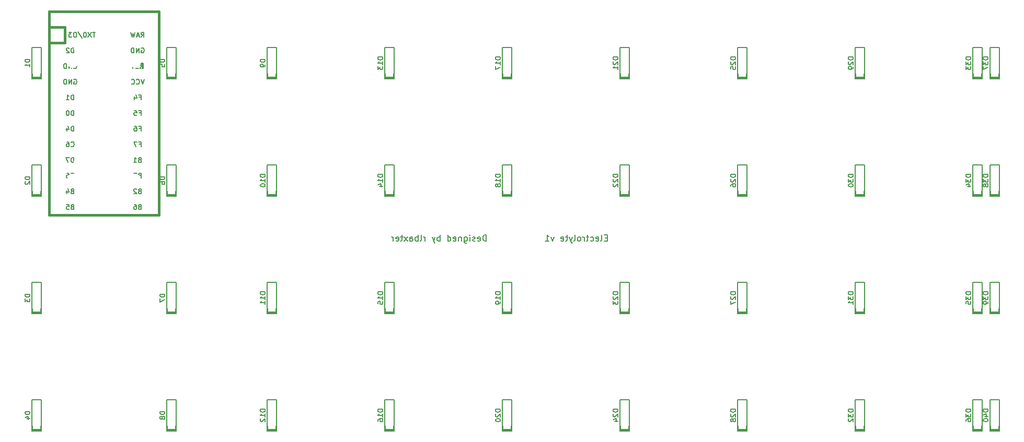
<source format=gbo>
G04 #@! TF.GenerationSoftware,KiCad,Pcbnew,(5.1.4-0)*
G04 #@! TF.CreationDate,2021-02-22T20:17:48-07:00*
G04 #@! TF.ProjectId,electrolyte,656c6563-7472-46f6-9c79-74652e6b6963,rev?*
G04 #@! TF.SameCoordinates,Original*
G04 #@! TF.FileFunction,Legend,Bot*
G04 #@! TF.FilePolarity,Positive*
%FSLAX46Y46*%
G04 Gerber Fmt 4.6, Leading zero omitted, Abs format (unit mm)*
G04 Created by KiCad (PCBNEW (5.1.4-0)) date 2021-02-22 20:17:48*
%MOMM*%
%LPD*%
G04 APERTURE LIST*
%ADD10C,0.150000*%
%ADD11C,0.381000*%
%ADD12C,4.502000*%
%ADD13C,2.352000*%
%ADD14C,4.089800*%
%ADD15C,1.852000*%
%ADD16C,1.854600*%
%ADD17R,1.854600X1.854600*%
%ADD18R,1.702000X1.702000*%
%ADD19C,1.702000*%
%ADD20R,1.302000X1.702000*%
G04 APERTURE END LIST*
D10*
X126515190Y-54157571D02*
X126181857Y-54157571D01*
X126039000Y-54681380D02*
X126515190Y-54681380D01*
X126515190Y-53681380D01*
X126039000Y-53681380D01*
X125467571Y-54681380D02*
X125562809Y-54633761D01*
X125610428Y-54538523D01*
X125610428Y-53681380D01*
X124705666Y-54633761D02*
X124800904Y-54681380D01*
X124991380Y-54681380D01*
X125086619Y-54633761D01*
X125134238Y-54538523D01*
X125134238Y-54157571D01*
X125086619Y-54062333D01*
X124991380Y-54014714D01*
X124800904Y-54014714D01*
X124705666Y-54062333D01*
X124658047Y-54157571D01*
X124658047Y-54252809D01*
X125134238Y-54348047D01*
X123800904Y-54633761D02*
X123896142Y-54681380D01*
X124086619Y-54681380D01*
X124181857Y-54633761D01*
X124229476Y-54586142D01*
X124277095Y-54490904D01*
X124277095Y-54205190D01*
X124229476Y-54109952D01*
X124181857Y-54062333D01*
X124086619Y-54014714D01*
X123896142Y-54014714D01*
X123800904Y-54062333D01*
X123515190Y-54014714D02*
X123134238Y-54014714D01*
X123372333Y-53681380D02*
X123372333Y-54538523D01*
X123324714Y-54633761D01*
X123229476Y-54681380D01*
X123134238Y-54681380D01*
X122800904Y-54681380D02*
X122800904Y-54014714D01*
X122800904Y-54205190D02*
X122753285Y-54109952D01*
X122705666Y-54062333D01*
X122610428Y-54014714D01*
X122515190Y-54014714D01*
X122039000Y-54681380D02*
X122134238Y-54633761D01*
X122181857Y-54586142D01*
X122229476Y-54490904D01*
X122229476Y-54205190D01*
X122181857Y-54109952D01*
X122134238Y-54062333D01*
X122039000Y-54014714D01*
X121896142Y-54014714D01*
X121800904Y-54062333D01*
X121753285Y-54109952D01*
X121705666Y-54205190D01*
X121705666Y-54490904D01*
X121753285Y-54586142D01*
X121800904Y-54633761D01*
X121896142Y-54681380D01*
X122039000Y-54681380D01*
X121134238Y-54681380D02*
X121229476Y-54633761D01*
X121277095Y-54538523D01*
X121277095Y-53681380D01*
X120848523Y-54014714D02*
X120610428Y-54681380D01*
X120372333Y-54014714D02*
X120610428Y-54681380D01*
X120705666Y-54919476D01*
X120753285Y-54967095D01*
X120848523Y-55014714D01*
X120134238Y-54014714D02*
X119753285Y-54014714D01*
X119991380Y-53681380D02*
X119991380Y-54538523D01*
X119943761Y-54633761D01*
X119848523Y-54681380D01*
X119753285Y-54681380D01*
X119039000Y-54633761D02*
X119134238Y-54681380D01*
X119324714Y-54681380D01*
X119419952Y-54633761D01*
X119467571Y-54538523D01*
X119467571Y-54157571D01*
X119419952Y-54062333D01*
X119324714Y-54014714D01*
X119134238Y-54014714D01*
X119039000Y-54062333D01*
X118991380Y-54157571D01*
X118991380Y-54252809D01*
X119467571Y-54348047D01*
X117896142Y-54014714D02*
X117658047Y-54681380D01*
X117419952Y-54014714D01*
X116515190Y-54681380D02*
X117086619Y-54681380D01*
X116800904Y-54681380D02*
X116800904Y-53681380D01*
X116896142Y-53824238D01*
X116991380Y-53919476D01*
X117086619Y-53967095D01*
X106933047Y-54681380D02*
X106933047Y-53681380D01*
X106694952Y-53681380D01*
X106552095Y-53729000D01*
X106456857Y-53824238D01*
X106409238Y-53919476D01*
X106361619Y-54109952D01*
X106361619Y-54252809D01*
X106409238Y-54443285D01*
X106456857Y-54538523D01*
X106552095Y-54633761D01*
X106694952Y-54681380D01*
X106933047Y-54681380D01*
X105552095Y-54633761D02*
X105647333Y-54681380D01*
X105837809Y-54681380D01*
X105933047Y-54633761D01*
X105980666Y-54538523D01*
X105980666Y-54157571D01*
X105933047Y-54062333D01*
X105837809Y-54014714D01*
X105647333Y-54014714D01*
X105552095Y-54062333D01*
X105504476Y-54157571D01*
X105504476Y-54252809D01*
X105980666Y-54348047D01*
X105123523Y-54633761D02*
X105028285Y-54681380D01*
X104837809Y-54681380D01*
X104742571Y-54633761D01*
X104694952Y-54538523D01*
X104694952Y-54490904D01*
X104742571Y-54395666D01*
X104837809Y-54348047D01*
X104980666Y-54348047D01*
X105075904Y-54300428D01*
X105123523Y-54205190D01*
X105123523Y-54157571D01*
X105075904Y-54062333D01*
X104980666Y-54014714D01*
X104837809Y-54014714D01*
X104742571Y-54062333D01*
X104266380Y-54681380D02*
X104266380Y-54014714D01*
X104266380Y-53681380D02*
X104314000Y-53729000D01*
X104266380Y-53776619D01*
X104218761Y-53729000D01*
X104266380Y-53681380D01*
X104266380Y-53776619D01*
X103361619Y-54014714D02*
X103361619Y-54824238D01*
X103409238Y-54919476D01*
X103456857Y-54967095D01*
X103552095Y-55014714D01*
X103694952Y-55014714D01*
X103790190Y-54967095D01*
X103361619Y-54633761D02*
X103456857Y-54681380D01*
X103647333Y-54681380D01*
X103742571Y-54633761D01*
X103790190Y-54586142D01*
X103837809Y-54490904D01*
X103837809Y-54205190D01*
X103790190Y-54109952D01*
X103742571Y-54062333D01*
X103647333Y-54014714D01*
X103456857Y-54014714D01*
X103361619Y-54062333D01*
X102885428Y-54014714D02*
X102885428Y-54681380D01*
X102885428Y-54109952D02*
X102837809Y-54062333D01*
X102742571Y-54014714D01*
X102599714Y-54014714D01*
X102504476Y-54062333D01*
X102456857Y-54157571D01*
X102456857Y-54681380D01*
X101599714Y-54633761D02*
X101694952Y-54681380D01*
X101885428Y-54681380D01*
X101980666Y-54633761D01*
X102028285Y-54538523D01*
X102028285Y-54157571D01*
X101980666Y-54062333D01*
X101885428Y-54014714D01*
X101694952Y-54014714D01*
X101599714Y-54062333D01*
X101552095Y-54157571D01*
X101552095Y-54252809D01*
X102028285Y-54348047D01*
X100694952Y-54681380D02*
X100694952Y-53681380D01*
X100694952Y-54633761D02*
X100790190Y-54681380D01*
X100980666Y-54681380D01*
X101075904Y-54633761D01*
X101123523Y-54586142D01*
X101171142Y-54490904D01*
X101171142Y-54205190D01*
X101123523Y-54109952D01*
X101075904Y-54062333D01*
X100980666Y-54014714D01*
X100790190Y-54014714D01*
X100694952Y-54062333D01*
X99456857Y-54681380D02*
X99456857Y-53681380D01*
X99456857Y-54062333D02*
X99361619Y-54014714D01*
X99171142Y-54014714D01*
X99075904Y-54062333D01*
X99028285Y-54109952D01*
X98980666Y-54205190D01*
X98980666Y-54490904D01*
X99028285Y-54586142D01*
X99075904Y-54633761D01*
X99171142Y-54681380D01*
X99361619Y-54681380D01*
X99456857Y-54633761D01*
X98647333Y-54014714D02*
X98409238Y-54681380D01*
X98171142Y-54014714D02*
X98409238Y-54681380D01*
X98504476Y-54919476D01*
X98552095Y-54967095D01*
X98647333Y-55014714D01*
X97028285Y-54681380D02*
X97028285Y-54014714D01*
X97028285Y-54205190D02*
X96980666Y-54109952D01*
X96933047Y-54062333D01*
X96837809Y-54014714D01*
X96742571Y-54014714D01*
X96266380Y-54681380D02*
X96361619Y-54633761D01*
X96409238Y-54538523D01*
X96409238Y-53681380D01*
X95885428Y-54681380D02*
X95885428Y-53681380D01*
X95885428Y-54062333D02*
X95790190Y-54014714D01*
X95599714Y-54014714D01*
X95504476Y-54062333D01*
X95456857Y-54109952D01*
X95409238Y-54205190D01*
X95409238Y-54490904D01*
X95456857Y-54586142D01*
X95504476Y-54633761D01*
X95599714Y-54681380D01*
X95790190Y-54681380D01*
X95885428Y-54633761D01*
X94552095Y-54681380D02*
X94552095Y-54157571D01*
X94599714Y-54062333D01*
X94694952Y-54014714D01*
X94885428Y-54014714D01*
X94980666Y-54062333D01*
X94552095Y-54633761D02*
X94647333Y-54681380D01*
X94885428Y-54681380D01*
X94980666Y-54633761D01*
X95028285Y-54538523D01*
X95028285Y-54443285D01*
X94980666Y-54348047D01*
X94885428Y-54300428D01*
X94647333Y-54300428D01*
X94552095Y-54252809D01*
X94171142Y-54681380D02*
X93647333Y-54014714D01*
X94171142Y-54014714D02*
X93647333Y-54681380D01*
X93409238Y-54014714D02*
X93028285Y-54014714D01*
X93266380Y-53681380D02*
X93266380Y-54538523D01*
X93218761Y-54633761D01*
X93123523Y-54681380D01*
X93028285Y-54681380D01*
X92314000Y-54633761D02*
X92409238Y-54681380D01*
X92599714Y-54681380D01*
X92694952Y-54633761D01*
X92742571Y-54538523D01*
X92742571Y-54157571D01*
X92694952Y-54062333D01*
X92599714Y-54014714D01*
X92409238Y-54014714D01*
X92314000Y-54062333D01*
X92266380Y-54157571D01*
X92266380Y-54252809D01*
X92742571Y-54348047D01*
X91837809Y-54681380D02*
X91837809Y-54014714D01*
X91837809Y-54205190D02*
X91790190Y-54109952D01*
X91742571Y-54062333D01*
X91647333Y-54014714D01*
X91552095Y-54014714D01*
D11*
X38639750Y-19970750D02*
X36099750Y-19970750D01*
X53879750Y-17430750D02*
X36099750Y-17430750D01*
X36099750Y-17430750D02*
X36099750Y-50450750D01*
X36099750Y-50450750D02*
X53879750Y-50450750D01*
X53879750Y-50450750D02*
X53879750Y-17430750D01*
D10*
G36*
X50834385Y-25859780D02*
G01*
X50834385Y-25959780D01*
X51334385Y-25959780D01*
X51334385Y-25859780D01*
X50834385Y-25859780D01*
G37*
X50834385Y-25859780D02*
X50834385Y-25959780D01*
X51334385Y-25959780D01*
X51334385Y-25859780D01*
X50834385Y-25859780D01*
G36*
X50834385Y-25859780D02*
G01*
X50834385Y-26159780D01*
X50934385Y-26159780D01*
X50934385Y-25859780D01*
X50834385Y-25859780D01*
G37*
X50834385Y-25859780D02*
X50834385Y-26159780D01*
X50934385Y-26159780D01*
X50934385Y-25859780D01*
X50834385Y-25859780D01*
G36*
X50834385Y-26459780D02*
G01*
X50834385Y-26659780D01*
X50934385Y-26659780D01*
X50934385Y-26459780D01*
X50834385Y-26459780D01*
G37*
X50834385Y-26459780D02*
X50834385Y-26659780D01*
X50934385Y-26659780D01*
X50934385Y-26459780D01*
X50834385Y-26459780D01*
G36*
X51234385Y-25859780D02*
G01*
X51234385Y-26659780D01*
X51334385Y-26659780D01*
X51334385Y-25859780D01*
X51234385Y-25859780D01*
G37*
X51234385Y-25859780D02*
X51234385Y-26659780D01*
X51334385Y-26659780D01*
X51334385Y-25859780D01*
X51234385Y-25859780D01*
G36*
X51034385Y-26259780D02*
G01*
X51034385Y-26359780D01*
X51134385Y-26359780D01*
X51134385Y-26259780D01*
X51034385Y-26259780D01*
G37*
X51034385Y-26259780D02*
X51034385Y-26359780D01*
X51134385Y-26359780D01*
X51134385Y-26259780D01*
X51034385Y-26259780D01*
D11*
X38639750Y-19970750D02*
X38639750Y-22510750D01*
X38639750Y-22510750D02*
X36099750Y-22510750D01*
D10*
X188499750Y-80422750D02*
X188499750Y-85502750D01*
X188499750Y-85502750D02*
X190023750Y-85502750D01*
X190023750Y-85502750D02*
X190023750Y-80422750D01*
X190023750Y-80422750D02*
X188499750Y-80422750D01*
X188499750Y-85121750D02*
X190023750Y-85121750D01*
X190023750Y-85248750D02*
X188499750Y-85248750D01*
X188499750Y-85375750D02*
X190023750Y-85375750D01*
X190023750Y-84994750D02*
X188499750Y-84994750D01*
X188499750Y-84867750D02*
X190023750Y-84867750D01*
X188499750Y-84740750D02*
X190023750Y-84740750D01*
X188499750Y-61372750D02*
X188499750Y-66452750D01*
X188499750Y-66452750D02*
X190023750Y-66452750D01*
X190023750Y-66452750D02*
X190023750Y-61372750D01*
X190023750Y-61372750D02*
X188499750Y-61372750D01*
X188499750Y-66071750D02*
X190023750Y-66071750D01*
X190023750Y-66198750D02*
X188499750Y-66198750D01*
X188499750Y-66325750D02*
X190023750Y-66325750D01*
X190023750Y-65944750D02*
X188499750Y-65944750D01*
X188499750Y-65817750D02*
X190023750Y-65817750D01*
X188499750Y-65690750D02*
X190023750Y-65690750D01*
X188499750Y-42322750D02*
X188499750Y-47402750D01*
X188499750Y-47402750D02*
X190023750Y-47402750D01*
X190023750Y-47402750D02*
X190023750Y-42322750D01*
X190023750Y-42322750D02*
X188499750Y-42322750D01*
X188499750Y-47021750D02*
X190023750Y-47021750D01*
X190023750Y-47148750D02*
X188499750Y-47148750D01*
X188499750Y-47275750D02*
X190023750Y-47275750D01*
X190023750Y-46894750D02*
X188499750Y-46894750D01*
X188499750Y-46767750D02*
X190023750Y-46767750D01*
X188499750Y-46640750D02*
X190023750Y-46640750D01*
X188499750Y-23272750D02*
X188499750Y-28352750D01*
X188499750Y-28352750D02*
X190023750Y-28352750D01*
X190023750Y-28352750D02*
X190023750Y-23272750D01*
X190023750Y-23272750D02*
X188499750Y-23272750D01*
X188499750Y-27971750D02*
X190023750Y-27971750D01*
X190023750Y-28098750D02*
X188499750Y-28098750D01*
X188499750Y-28225750D02*
X190023750Y-28225750D01*
X190023750Y-27844750D02*
X188499750Y-27844750D01*
X188499750Y-27717750D02*
X190023750Y-27717750D01*
X188499750Y-27590750D02*
X190023750Y-27590750D01*
X185705750Y-80422750D02*
X185705750Y-85502750D01*
X185705750Y-85502750D02*
X187229750Y-85502750D01*
X187229750Y-85502750D02*
X187229750Y-80422750D01*
X187229750Y-80422750D02*
X185705750Y-80422750D01*
X185705750Y-85121750D02*
X187229750Y-85121750D01*
X187229750Y-85248750D02*
X185705750Y-85248750D01*
X185705750Y-85375750D02*
X187229750Y-85375750D01*
X187229750Y-84994750D02*
X185705750Y-84994750D01*
X185705750Y-84867750D02*
X187229750Y-84867750D01*
X185705750Y-84740750D02*
X187229750Y-84740750D01*
X185705750Y-61372750D02*
X185705750Y-66452750D01*
X185705750Y-66452750D02*
X187229750Y-66452750D01*
X187229750Y-66452750D02*
X187229750Y-61372750D01*
X187229750Y-61372750D02*
X185705750Y-61372750D01*
X185705750Y-66071750D02*
X187229750Y-66071750D01*
X187229750Y-66198750D02*
X185705750Y-66198750D01*
X185705750Y-66325750D02*
X187229750Y-66325750D01*
X187229750Y-65944750D02*
X185705750Y-65944750D01*
X185705750Y-65817750D02*
X187229750Y-65817750D01*
X185705750Y-65690750D02*
X187229750Y-65690750D01*
X185705750Y-42322750D02*
X185705750Y-47402750D01*
X185705750Y-47402750D02*
X187229750Y-47402750D01*
X187229750Y-47402750D02*
X187229750Y-42322750D01*
X187229750Y-42322750D02*
X185705750Y-42322750D01*
X185705750Y-47021750D02*
X187229750Y-47021750D01*
X187229750Y-47148750D02*
X185705750Y-47148750D01*
X185705750Y-47275750D02*
X187229750Y-47275750D01*
X187229750Y-46894750D02*
X185705750Y-46894750D01*
X185705750Y-46767750D02*
X187229750Y-46767750D01*
X185705750Y-46640750D02*
X187229750Y-46640750D01*
X185705750Y-23272750D02*
X185705750Y-28352750D01*
X185705750Y-28352750D02*
X187229750Y-28352750D01*
X187229750Y-28352750D02*
X187229750Y-23272750D01*
X187229750Y-23272750D02*
X185705750Y-23272750D01*
X185705750Y-27971750D02*
X187229750Y-27971750D01*
X187229750Y-28098750D02*
X185705750Y-28098750D01*
X185705750Y-28225750D02*
X187229750Y-28225750D01*
X187229750Y-27844750D02*
X185705750Y-27844750D01*
X185705750Y-27717750D02*
X187229750Y-27717750D01*
X185705750Y-27590750D02*
X187229750Y-27590750D01*
X166655750Y-80422750D02*
X166655750Y-85502750D01*
X166655750Y-85502750D02*
X168179750Y-85502750D01*
X168179750Y-85502750D02*
X168179750Y-80422750D01*
X168179750Y-80422750D02*
X166655750Y-80422750D01*
X166655750Y-85121750D02*
X168179750Y-85121750D01*
X168179750Y-85248750D02*
X166655750Y-85248750D01*
X166655750Y-85375750D02*
X168179750Y-85375750D01*
X168179750Y-84994750D02*
X166655750Y-84994750D01*
X166655750Y-84867750D02*
X168179750Y-84867750D01*
X166655750Y-84740750D02*
X168179750Y-84740750D01*
X166655750Y-61372750D02*
X166655750Y-66452750D01*
X166655750Y-66452750D02*
X168179750Y-66452750D01*
X168179750Y-66452750D02*
X168179750Y-61372750D01*
X168179750Y-61372750D02*
X166655750Y-61372750D01*
X166655750Y-66071750D02*
X168179750Y-66071750D01*
X168179750Y-66198750D02*
X166655750Y-66198750D01*
X166655750Y-66325750D02*
X168179750Y-66325750D01*
X168179750Y-65944750D02*
X166655750Y-65944750D01*
X166655750Y-65817750D02*
X168179750Y-65817750D01*
X166655750Y-65690750D02*
X168179750Y-65690750D01*
X166655750Y-42322750D02*
X166655750Y-47402750D01*
X166655750Y-47402750D02*
X168179750Y-47402750D01*
X168179750Y-47402750D02*
X168179750Y-42322750D01*
X168179750Y-42322750D02*
X166655750Y-42322750D01*
X166655750Y-47021750D02*
X168179750Y-47021750D01*
X168179750Y-47148750D02*
X166655750Y-47148750D01*
X166655750Y-47275750D02*
X168179750Y-47275750D01*
X168179750Y-46894750D02*
X166655750Y-46894750D01*
X166655750Y-46767750D02*
X168179750Y-46767750D01*
X166655750Y-46640750D02*
X168179750Y-46640750D01*
X166655750Y-23272750D02*
X166655750Y-28352750D01*
X166655750Y-28352750D02*
X168179750Y-28352750D01*
X168179750Y-28352750D02*
X168179750Y-23272750D01*
X168179750Y-23272750D02*
X166655750Y-23272750D01*
X166655750Y-27971750D02*
X168179750Y-27971750D01*
X168179750Y-28098750D02*
X166655750Y-28098750D01*
X166655750Y-28225750D02*
X168179750Y-28225750D01*
X168179750Y-27844750D02*
X166655750Y-27844750D01*
X166655750Y-27717750D02*
X168179750Y-27717750D01*
X166655750Y-27590750D02*
X168179750Y-27590750D01*
X147605750Y-80422750D02*
X147605750Y-85502750D01*
X147605750Y-85502750D02*
X149129750Y-85502750D01*
X149129750Y-85502750D02*
X149129750Y-80422750D01*
X149129750Y-80422750D02*
X147605750Y-80422750D01*
X147605750Y-85121750D02*
X149129750Y-85121750D01*
X149129750Y-85248750D02*
X147605750Y-85248750D01*
X147605750Y-85375750D02*
X149129750Y-85375750D01*
X149129750Y-84994750D02*
X147605750Y-84994750D01*
X147605750Y-84867750D02*
X149129750Y-84867750D01*
X147605750Y-84740750D02*
X149129750Y-84740750D01*
X147605750Y-61372750D02*
X147605750Y-66452750D01*
X147605750Y-66452750D02*
X149129750Y-66452750D01*
X149129750Y-66452750D02*
X149129750Y-61372750D01*
X149129750Y-61372750D02*
X147605750Y-61372750D01*
X147605750Y-66071750D02*
X149129750Y-66071750D01*
X149129750Y-66198750D02*
X147605750Y-66198750D01*
X147605750Y-66325750D02*
X149129750Y-66325750D01*
X149129750Y-65944750D02*
X147605750Y-65944750D01*
X147605750Y-65817750D02*
X149129750Y-65817750D01*
X147605750Y-65690750D02*
X149129750Y-65690750D01*
X147605750Y-42322750D02*
X147605750Y-47402750D01*
X147605750Y-47402750D02*
X149129750Y-47402750D01*
X149129750Y-47402750D02*
X149129750Y-42322750D01*
X149129750Y-42322750D02*
X147605750Y-42322750D01*
X147605750Y-47021750D02*
X149129750Y-47021750D01*
X149129750Y-47148750D02*
X147605750Y-47148750D01*
X147605750Y-47275750D02*
X149129750Y-47275750D01*
X149129750Y-46894750D02*
X147605750Y-46894750D01*
X147605750Y-46767750D02*
X149129750Y-46767750D01*
X147605750Y-46640750D02*
X149129750Y-46640750D01*
X147605750Y-23272750D02*
X147605750Y-28352750D01*
X147605750Y-28352750D02*
X149129750Y-28352750D01*
X149129750Y-28352750D02*
X149129750Y-23272750D01*
X149129750Y-23272750D02*
X147605750Y-23272750D01*
X147605750Y-27971750D02*
X149129750Y-27971750D01*
X149129750Y-28098750D02*
X147605750Y-28098750D01*
X147605750Y-28225750D02*
X149129750Y-28225750D01*
X149129750Y-27844750D02*
X147605750Y-27844750D01*
X147605750Y-27717750D02*
X149129750Y-27717750D01*
X147605750Y-27590750D02*
X149129750Y-27590750D01*
X128555750Y-80422750D02*
X128555750Y-85502750D01*
X128555750Y-85502750D02*
X130079750Y-85502750D01*
X130079750Y-85502750D02*
X130079750Y-80422750D01*
X130079750Y-80422750D02*
X128555750Y-80422750D01*
X128555750Y-85121750D02*
X130079750Y-85121750D01*
X130079750Y-85248750D02*
X128555750Y-85248750D01*
X128555750Y-85375750D02*
X130079750Y-85375750D01*
X130079750Y-84994750D02*
X128555750Y-84994750D01*
X128555750Y-84867750D02*
X130079750Y-84867750D01*
X128555750Y-84740750D02*
X130079750Y-84740750D01*
X128555750Y-61372750D02*
X128555750Y-66452750D01*
X128555750Y-66452750D02*
X130079750Y-66452750D01*
X130079750Y-66452750D02*
X130079750Y-61372750D01*
X130079750Y-61372750D02*
X128555750Y-61372750D01*
X128555750Y-66071750D02*
X130079750Y-66071750D01*
X130079750Y-66198750D02*
X128555750Y-66198750D01*
X128555750Y-66325750D02*
X130079750Y-66325750D01*
X130079750Y-65944750D02*
X128555750Y-65944750D01*
X128555750Y-65817750D02*
X130079750Y-65817750D01*
X128555750Y-65690750D02*
X130079750Y-65690750D01*
X128555750Y-42322750D02*
X128555750Y-47402750D01*
X128555750Y-47402750D02*
X130079750Y-47402750D01*
X130079750Y-47402750D02*
X130079750Y-42322750D01*
X130079750Y-42322750D02*
X128555750Y-42322750D01*
X128555750Y-47021750D02*
X130079750Y-47021750D01*
X130079750Y-47148750D02*
X128555750Y-47148750D01*
X128555750Y-47275750D02*
X130079750Y-47275750D01*
X130079750Y-46894750D02*
X128555750Y-46894750D01*
X128555750Y-46767750D02*
X130079750Y-46767750D01*
X128555750Y-46640750D02*
X130079750Y-46640750D01*
X128555750Y-23272750D02*
X128555750Y-28352750D01*
X128555750Y-28352750D02*
X130079750Y-28352750D01*
X130079750Y-28352750D02*
X130079750Y-23272750D01*
X130079750Y-23272750D02*
X128555750Y-23272750D01*
X128555750Y-27971750D02*
X130079750Y-27971750D01*
X130079750Y-28098750D02*
X128555750Y-28098750D01*
X128555750Y-28225750D02*
X130079750Y-28225750D01*
X130079750Y-27844750D02*
X128555750Y-27844750D01*
X128555750Y-27717750D02*
X130079750Y-27717750D01*
X128555750Y-27590750D02*
X130079750Y-27590750D01*
X109505750Y-80422750D02*
X109505750Y-85502750D01*
X109505750Y-85502750D02*
X111029750Y-85502750D01*
X111029750Y-85502750D02*
X111029750Y-80422750D01*
X111029750Y-80422750D02*
X109505750Y-80422750D01*
X109505750Y-85121750D02*
X111029750Y-85121750D01*
X111029750Y-85248750D02*
X109505750Y-85248750D01*
X109505750Y-85375750D02*
X111029750Y-85375750D01*
X111029750Y-84994750D02*
X109505750Y-84994750D01*
X109505750Y-84867750D02*
X111029750Y-84867750D01*
X109505750Y-84740750D02*
X111029750Y-84740750D01*
X109505750Y-61372750D02*
X109505750Y-66452750D01*
X109505750Y-66452750D02*
X111029750Y-66452750D01*
X111029750Y-66452750D02*
X111029750Y-61372750D01*
X111029750Y-61372750D02*
X109505750Y-61372750D01*
X109505750Y-66071750D02*
X111029750Y-66071750D01*
X111029750Y-66198750D02*
X109505750Y-66198750D01*
X109505750Y-66325750D02*
X111029750Y-66325750D01*
X111029750Y-65944750D02*
X109505750Y-65944750D01*
X109505750Y-65817750D02*
X111029750Y-65817750D01*
X109505750Y-65690750D02*
X111029750Y-65690750D01*
X109505750Y-42322750D02*
X109505750Y-47402750D01*
X109505750Y-47402750D02*
X111029750Y-47402750D01*
X111029750Y-47402750D02*
X111029750Y-42322750D01*
X111029750Y-42322750D02*
X109505750Y-42322750D01*
X109505750Y-47021750D02*
X111029750Y-47021750D01*
X111029750Y-47148750D02*
X109505750Y-47148750D01*
X109505750Y-47275750D02*
X111029750Y-47275750D01*
X111029750Y-46894750D02*
X109505750Y-46894750D01*
X109505750Y-46767750D02*
X111029750Y-46767750D01*
X109505750Y-46640750D02*
X111029750Y-46640750D01*
X109505750Y-23272750D02*
X109505750Y-28352750D01*
X109505750Y-28352750D02*
X111029750Y-28352750D01*
X111029750Y-28352750D02*
X111029750Y-23272750D01*
X111029750Y-23272750D02*
X109505750Y-23272750D01*
X109505750Y-27971750D02*
X111029750Y-27971750D01*
X111029750Y-28098750D02*
X109505750Y-28098750D01*
X109505750Y-28225750D02*
X111029750Y-28225750D01*
X111029750Y-27844750D02*
X109505750Y-27844750D01*
X109505750Y-27717750D02*
X111029750Y-27717750D01*
X109505750Y-27590750D02*
X111029750Y-27590750D01*
X90455750Y-80422750D02*
X90455750Y-85502750D01*
X90455750Y-85502750D02*
X91979750Y-85502750D01*
X91979750Y-85502750D02*
X91979750Y-80422750D01*
X91979750Y-80422750D02*
X90455750Y-80422750D01*
X90455750Y-85121750D02*
X91979750Y-85121750D01*
X91979750Y-85248750D02*
X90455750Y-85248750D01*
X90455750Y-85375750D02*
X91979750Y-85375750D01*
X91979750Y-84994750D02*
X90455750Y-84994750D01*
X90455750Y-84867750D02*
X91979750Y-84867750D01*
X90455750Y-84740750D02*
X91979750Y-84740750D01*
X90455750Y-61372750D02*
X90455750Y-66452750D01*
X90455750Y-66452750D02*
X91979750Y-66452750D01*
X91979750Y-66452750D02*
X91979750Y-61372750D01*
X91979750Y-61372750D02*
X90455750Y-61372750D01*
X90455750Y-66071750D02*
X91979750Y-66071750D01*
X91979750Y-66198750D02*
X90455750Y-66198750D01*
X90455750Y-66325750D02*
X91979750Y-66325750D01*
X91979750Y-65944750D02*
X90455750Y-65944750D01*
X90455750Y-65817750D02*
X91979750Y-65817750D01*
X90455750Y-65690750D02*
X91979750Y-65690750D01*
X90455750Y-42322750D02*
X90455750Y-47402750D01*
X90455750Y-47402750D02*
X91979750Y-47402750D01*
X91979750Y-47402750D02*
X91979750Y-42322750D01*
X91979750Y-42322750D02*
X90455750Y-42322750D01*
X90455750Y-47021750D02*
X91979750Y-47021750D01*
X91979750Y-47148750D02*
X90455750Y-47148750D01*
X90455750Y-47275750D02*
X91979750Y-47275750D01*
X91979750Y-46894750D02*
X90455750Y-46894750D01*
X90455750Y-46767750D02*
X91979750Y-46767750D01*
X90455750Y-46640750D02*
X91979750Y-46640750D01*
X90455750Y-23272750D02*
X90455750Y-28352750D01*
X90455750Y-28352750D02*
X91979750Y-28352750D01*
X91979750Y-28352750D02*
X91979750Y-23272750D01*
X91979750Y-23272750D02*
X90455750Y-23272750D01*
X90455750Y-27971750D02*
X91979750Y-27971750D01*
X91979750Y-28098750D02*
X90455750Y-28098750D01*
X90455750Y-28225750D02*
X91979750Y-28225750D01*
X91979750Y-27844750D02*
X90455750Y-27844750D01*
X90455750Y-27717750D02*
X91979750Y-27717750D01*
X90455750Y-27590750D02*
X91979750Y-27590750D01*
X71405750Y-80422750D02*
X71405750Y-85502750D01*
X71405750Y-85502750D02*
X72929750Y-85502750D01*
X72929750Y-85502750D02*
X72929750Y-80422750D01*
X72929750Y-80422750D02*
X71405750Y-80422750D01*
X71405750Y-85121750D02*
X72929750Y-85121750D01*
X72929750Y-85248750D02*
X71405750Y-85248750D01*
X71405750Y-85375750D02*
X72929750Y-85375750D01*
X72929750Y-84994750D02*
X71405750Y-84994750D01*
X71405750Y-84867750D02*
X72929750Y-84867750D01*
X71405750Y-84740750D02*
X72929750Y-84740750D01*
X71405750Y-61372750D02*
X71405750Y-66452750D01*
X71405750Y-66452750D02*
X72929750Y-66452750D01*
X72929750Y-66452750D02*
X72929750Y-61372750D01*
X72929750Y-61372750D02*
X71405750Y-61372750D01*
X71405750Y-66071750D02*
X72929750Y-66071750D01*
X72929750Y-66198750D02*
X71405750Y-66198750D01*
X71405750Y-66325750D02*
X72929750Y-66325750D01*
X72929750Y-65944750D02*
X71405750Y-65944750D01*
X71405750Y-65817750D02*
X72929750Y-65817750D01*
X71405750Y-65690750D02*
X72929750Y-65690750D01*
X71405750Y-42322750D02*
X71405750Y-47402750D01*
X71405750Y-47402750D02*
X72929750Y-47402750D01*
X72929750Y-47402750D02*
X72929750Y-42322750D01*
X72929750Y-42322750D02*
X71405750Y-42322750D01*
X71405750Y-47021750D02*
X72929750Y-47021750D01*
X72929750Y-47148750D02*
X71405750Y-47148750D01*
X71405750Y-47275750D02*
X72929750Y-47275750D01*
X72929750Y-46894750D02*
X71405750Y-46894750D01*
X71405750Y-46767750D02*
X72929750Y-46767750D01*
X71405750Y-46640750D02*
X72929750Y-46640750D01*
X71405750Y-23272750D02*
X71405750Y-28352750D01*
X71405750Y-28352750D02*
X72929750Y-28352750D01*
X72929750Y-28352750D02*
X72929750Y-23272750D01*
X72929750Y-23272750D02*
X71405750Y-23272750D01*
X71405750Y-27971750D02*
X72929750Y-27971750D01*
X72929750Y-28098750D02*
X71405750Y-28098750D01*
X71405750Y-28225750D02*
X72929750Y-28225750D01*
X72929750Y-27844750D02*
X71405750Y-27844750D01*
X71405750Y-27717750D02*
X72929750Y-27717750D01*
X71405750Y-27590750D02*
X72929750Y-27590750D01*
X55149750Y-80422750D02*
X55149750Y-85502750D01*
X55149750Y-85502750D02*
X56673750Y-85502750D01*
X56673750Y-85502750D02*
X56673750Y-80422750D01*
X56673750Y-80422750D02*
X55149750Y-80422750D01*
X55149750Y-85121750D02*
X56673750Y-85121750D01*
X56673750Y-85248750D02*
X55149750Y-85248750D01*
X55149750Y-85375750D02*
X56673750Y-85375750D01*
X56673750Y-84994750D02*
X55149750Y-84994750D01*
X55149750Y-84867750D02*
X56673750Y-84867750D01*
X55149750Y-84740750D02*
X56673750Y-84740750D01*
X55149750Y-61372750D02*
X55149750Y-66452750D01*
X55149750Y-66452750D02*
X56673750Y-66452750D01*
X56673750Y-66452750D02*
X56673750Y-61372750D01*
X56673750Y-61372750D02*
X55149750Y-61372750D01*
X55149750Y-66071750D02*
X56673750Y-66071750D01*
X56673750Y-66198750D02*
X55149750Y-66198750D01*
X55149750Y-66325750D02*
X56673750Y-66325750D01*
X56673750Y-65944750D02*
X55149750Y-65944750D01*
X55149750Y-65817750D02*
X56673750Y-65817750D01*
X55149750Y-65690750D02*
X56673750Y-65690750D01*
X55149750Y-42322750D02*
X55149750Y-47402750D01*
X55149750Y-47402750D02*
X56673750Y-47402750D01*
X56673750Y-47402750D02*
X56673750Y-42322750D01*
X56673750Y-42322750D02*
X55149750Y-42322750D01*
X55149750Y-47021750D02*
X56673750Y-47021750D01*
X56673750Y-47148750D02*
X55149750Y-47148750D01*
X55149750Y-47275750D02*
X56673750Y-47275750D01*
X56673750Y-46894750D02*
X55149750Y-46894750D01*
X55149750Y-46767750D02*
X56673750Y-46767750D01*
X55149750Y-46640750D02*
X56673750Y-46640750D01*
X55149750Y-23272750D02*
X55149750Y-28352750D01*
X55149750Y-28352750D02*
X56673750Y-28352750D01*
X56673750Y-28352750D02*
X56673750Y-23272750D01*
X56673750Y-23272750D02*
X55149750Y-23272750D01*
X55149750Y-27971750D02*
X56673750Y-27971750D01*
X56673750Y-28098750D02*
X55149750Y-28098750D01*
X55149750Y-28225750D02*
X56673750Y-28225750D01*
X56673750Y-27844750D02*
X55149750Y-27844750D01*
X55149750Y-27717750D02*
X56673750Y-27717750D01*
X55149750Y-27590750D02*
X56673750Y-27590750D01*
X33305750Y-80422750D02*
X33305750Y-85502750D01*
X33305750Y-85502750D02*
X34829750Y-85502750D01*
X34829750Y-85502750D02*
X34829750Y-80422750D01*
X34829750Y-80422750D02*
X33305750Y-80422750D01*
X33305750Y-85121750D02*
X34829750Y-85121750D01*
X34829750Y-85248750D02*
X33305750Y-85248750D01*
X33305750Y-85375750D02*
X34829750Y-85375750D01*
X34829750Y-84994750D02*
X33305750Y-84994750D01*
X33305750Y-84867750D02*
X34829750Y-84867750D01*
X33305750Y-84740750D02*
X34829750Y-84740750D01*
X33305750Y-61372750D02*
X33305750Y-66452750D01*
X33305750Y-66452750D02*
X34829750Y-66452750D01*
X34829750Y-66452750D02*
X34829750Y-61372750D01*
X34829750Y-61372750D02*
X33305750Y-61372750D01*
X33305750Y-66071750D02*
X34829750Y-66071750D01*
X34829750Y-66198750D02*
X33305750Y-66198750D01*
X33305750Y-66325750D02*
X34829750Y-66325750D01*
X34829750Y-65944750D02*
X33305750Y-65944750D01*
X33305750Y-65817750D02*
X34829750Y-65817750D01*
X33305750Y-65690750D02*
X34829750Y-65690750D01*
X33305750Y-42322750D02*
X33305750Y-47402750D01*
X33305750Y-47402750D02*
X34829750Y-47402750D01*
X34829750Y-47402750D02*
X34829750Y-42322750D01*
X34829750Y-42322750D02*
X33305750Y-42322750D01*
X33305750Y-47021750D02*
X34829750Y-47021750D01*
X34829750Y-47148750D02*
X33305750Y-47148750D01*
X33305750Y-47275750D02*
X34829750Y-47275750D01*
X34829750Y-46894750D02*
X33305750Y-46894750D01*
X33305750Y-46767750D02*
X34829750Y-46767750D01*
X33305750Y-46640750D02*
X34829750Y-46640750D01*
X33305750Y-23272750D02*
X33305750Y-28352750D01*
X33305750Y-28352750D02*
X34829750Y-28352750D01*
X34829750Y-28352750D02*
X34829750Y-23272750D01*
X34829750Y-23272750D02*
X33305750Y-23272750D01*
X33305750Y-27971750D02*
X34829750Y-27971750D01*
X34829750Y-28098750D02*
X33305750Y-28098750D01*
X33305750Y-28225750D02*
X34829750Y-28225750D01*
X34829750Y-27844750D02*
X33305750Y-27844750D01*
X33305750Y-27717750D02*
X34829750Y-27717750D01*
X33305750Y-27590750D02*
X34829750Y-27590750D01*
X50563083Y-26624559D02*
X50448797Y-26662654D01*
X50258321Y-26662654D01*
X50182130Y-26624559D01*
X50144035Y-26586464D01*
X50105940Y-26510273D01*
X50105940Y-26434083D01*
X50144035Y-26357892D01*
X50182130Y-26319797D01*
X50258321Y-26281702D01*
X50410702Y-26243607D01*
X50486892Y-26205511D01*
X50524988Y-26167416D01*
X50563083Y-26091226D01*
X50563083Y-26015035D01*
X50524988Y-25938845D01*
X50486892Y-25900750D01*
X50410702Y-25862654D01*
X50220226Y-25862654D01*
X50105940Y-25900750D01*
X49877369Y-25862654D02*
X49420226Y-25862654D01*
X49648797Y-26662654D02*
X49648797Y-25862654D01*
X43608354Y-20802654D02*
X43151211Y-20802654D01*
X43379782Y-21602654D02*
X43379782Y-20802654D01*
X42960735Y-20802654D02*
X42427401Y-21602654D01*
X42427401Y-20802654D02*
X42960735Y-21602654D01*
X41970258Y-20802654D02*
X41894068Y-20802654D01*
X41817878Y-20840750D01*
X41779782Y-20878845D01*
X41741687Y-20955035D01*
X41703592Y-21107416D01*
X41703592Y-21297892D01*
X41741687Y-21450273D01*
X41779782Y-21526464D01*
X41817878Y-21564559D01*
X41894068Y-21602654D01*
X41970258Y-21602654D01*
X42046449Y-21564559D01*
X42084544Y-21526464D01*
X42122639Y-21450273D01*
X42160735Y-21297892D01*
X42160735Y-21107416D01*
X42122639Y-20955035D01*
X42084544Y-20878845D01*
X42046449Y-20840750D01*
X41970258Y-20802654D01*
X40789306Y-20764559D02*
X41475020Y-21793130D01*
X40522639Y-21602654D02*
X40522639Y-20802654D01*
X40332163Y-20802654D01*
X40217878Y-20840750D01*
X40141687Y-20916940D01*
X40103592Y-20993130D01*
X40065497Y-21145511D01*
X40065497Y-21259797D01*
X40103592Y-21412178D01*
X40141687Y-21488369D01*
X40217878Y-21564559D01*
X40332163Y-21602654D01*
X40522639Y-21602654D01*
X39798830Y-20802654D02*
X39303592Y-20802654D01*
X39570258Y-21107416D01*
X39455973Y-21107416D01*
X39379782Y-21145511D01*
X39341687Y-21183607D01*
X39303592Y-21259797D01*
X39303592Y-21450273D01*
X39341687Y-21526464D01*
X39379782Y-21564559D01*
X39455973Y-21602654D01*
X39684544Y-21602654D01*
X39760735Y-21564559D01*
X39798830Y-21526464D01*
X50774559Y-46583607D02*
X50660273Y-46621702D01*
X50622178Y-46659797D01*
X50584083Y-46735988D01*
X50584083Y-46850273D01*
X50622178Y-46926464D01*
X50660273Y-46964559D01*
X50736464Y-47002654D01*
X51041226Y-47002654D01*
X51041226Y-46202654D01*
X50774559Y-46202654D01*
X50698369Y-46240750D01*
X50660273Y-46278845D01*
X50622178Y-46355035D01*
X50622178Y-46431226D01*
X50660273Y-46507416D01*
X50698369Y-46545511D01*
X50774559Y-46583607D01*
X51041226Y-46583607D01*
X50279321Y-46278845D02*
X50241226Y-46240750D01*
X50165035Y-46202654D01*
X49974559Y-46202654D01*
X49898369Y-46240750D01*
X49860273Y-46278845D01*
X49822178Y-46355035D01*
X49822178Y-46431226D01*
X49860273Y-46545511D01*
X50317416Y-47002654D01*
X49822178Y-47002654D01*
X50717416Y-38963607D02*
X50984083Y-38963607D01*
X50984083Y-39382654D02*
X50984083Y-38582654D01*
X50603130Y-38582654D01*
X50374559Y-38582654D02*
X49841226Y-38582654D01*
X50184083Y-39382654D01*
X50717416Y-36423607D02*
X50984083Y-36423607D01*
X50984083Y-36842654D02*
X50984083Y-36042654D01*
X50603130Y-36042654D01*
X49955511Y-36042654D02*
X50107892Y-36042654D01*
X50184083Y-36080750D01*
X50222178Y-36118845D01*
X50298369Y-36233130D01*
X50336464Y-36385511D01*
X50336464Y-36690273D01*
X50298369Y-36766464D01*
X50260273Y-36804559D01*
X50184083Y-36842654D01*
X50031702Y-36842654D01*
X49955511Y-36804559D01*
X49917416Y-36766464D01*
X49879321Y-36690273D01*
X49879321Y-36499797D01*
X49917416Y-36423607D01*
X49955511Y-36385511D01*
X50031702Y-36347416D01*
X50184083Y-36347416D01*
X50260273Y-36385511D01*
X50298369Y-36423607D01*
X50336464Y-36499797D01*
X50717416Y-33883607D02*
X50984083Y-33883607D01*
X50984083Y-34302654D02*
X50984083Y-33502654D01*
X50603130Y-33502654D01*
X49917416Y-33502654D02*
X50298369Y-33502654D01*
X50336464Y-33883607D01*
X50298369Y-33845511D01*
X50222178Y-33807416D01*
X50031702Y-33807416D01*
X49955511Y-33845511D01*
X49917416Y-33883607D01*
X49879321Y-33959797D01*
X49879321Y-34150273D01*
X49917416Y-34226464D01*
X49955511Y-34264559D01*
X50031702Y-34302654D01*
X50222178Y-34302654D01*
X50298369Y-34264559D01*
X50336464Y-34226464D01*
X51003130Y-21602654D02*
X51269797Y-21221702D01*
X51460273Y-21602654D02*
X51460273Y-20802654D01*
X51155511Y-20802654D01*
X51079321Y-20840750D01*
X51041226Y-20878845D01*
X51003130Y-20955035D01*
X51003130Y-21069321D01*
X51041226Y-21145511D01*
X51079321Y-21183607D01*
X51155511Y-21221702D01*
X51460273Y-21221702D01*
X50698369Y-21374083D02*
X50317416Y-21374083D01*
X50774559Y-21602654D02*
X50507892Y-20802654D01*
X50241226Y-21602654D01*
X50050750Y-20802654D02*
X49860273Y-21602654D01*
X49707892Y-21031226D01*
X49555511Y-21602654D01*
X49365035Y-20802654D01*
X51060273Y-23380750D02*
X51136464Y-23342654D01*
X51250750Y-23342654D01*
X51365035Y-23380750D01*
X51441226Y-23456940D01*
X51479321Y-23533130D01*
X51517416Y-23685511D01*
X51517416Y-23799797D01*
X51479321Y-23952178D01*
X51441226Y-24028369D01*
X51365035Y-24104559D01*
X51250750Y-24142654D01*
X51174559Y-24142654D01*
X51060273Y-24104559D01*
X51022178Y-24066464D01*
X51022178Y-23799797D01*
X51174559Y-23799797D01*
X50679321Y-24142654D02*
X50679321Y-23342654D01*
X50222178Y-24142654D01*
X50222178Y-23342654D01*
X49841226Y-24142654D02*
X49841226Y-23342654D01*
X49650750Y-23342654D01*
X49536464Y-23380750D01*
X49460273Y-23456940D01*
X49422178Y-23533130D01*
X49384083Y-23685511D01*
X49384083Y-23799797D01*
X49422178Y-23952178D01*
X49460273Y-24028369D01*
X49536464Y-24104559D01*
X49650750Y-24142654D01*
X49841226Y-24142654D01*
X51517416Y-28422654D02*
X51250750Y-29222654D01*
X50984083Y-28422654D01*
X50260273Y-29146464D02*
X50298369Y-29184559D01*
X50412654Y-29222654D01*
X50488845Y-29222654D01*
X50603130Y-29184559D01*
X50679321Y-29108369D01*
X50717416Y-29032178D01*
X50755511Y-28879797D01*
X50755511Y-28765511D01*
X50717416Y-28613130D01*
X50679321Y-28536940D01*
X50603130Y-28460750D01*
X50488845Y-28422654D01*
X50412654Y-28422654D01*
X50298369Y-28460750D01*
X50260273Y-28498845D01*
X49460273Y-29146464D02*
X49498369Y-29184559D01*
X49612654Y-29222654D01*
X49688845Y-29222654D01*
X49803130Y-29184559D01*
X49879321Y-29108369D01*
X49917416Y-29032178D01*
X49955511Y-28879797D01*
X49955511Y-28765511D01*
X49917416Y-28613130D01*
X49879321Y-28536940D01*
X49803130Y-28460750D01*
X49688845Y-28422654D01*
X49612654Y-28422654D01*
X49498369Y-28460750D01*
X49460273Y-28498845D01*
X50717416Y-31343607D02*
X50984083Y-31343607D01*
X50984083Y-31762654D02*
X50984083Y-30962654D01*
X50603130Y-30962654D01*
X49955511Y-31229321D02*
X49955511Y-31762654D01*
X50145988Y-30924559D02*
X50336464Y-31495988D01*
X49841226Y-31495988D01*
X50774559Y-41503607D02*
X50660273Y-41541702D01*
X50622178Y-41579797D01*
X50584083Y-41655988D01*
X50584083Y-41770273D01*
X50622178Y-41846464D01*
X50660273Y-41884559D01*
X50736464Y-41922654D01*
X51041226Y-41922654D01*
X51041226Y-41122654D01*
X50774559Y-41122654D01*
X50698369Y-41160750D01*
X50660273Y-41198845D01*
X50622178Y-41275035D01*
X50622178Y-41351226D01*
X50660273Y-41427416D01*
X50698369Y-41465511D01*
X50774559Y-41503607D01*
X51041226Y-41503607D01*
X49822178Y-41922654D02*
X50279321Y-41922654D01*
X50050750Y-41922654D02*
X50050750Y-41122654D01*
X50126940Y-41236940D01*
X50203130Y-41313130D01*
X50279321Y-41351226D01*
X50774559Y-44043607D02*
X50660273Y-44081702D01*
X50622178Y-44119797D01*
X50584083Y-44195988D01*
X50584083Y-44310273D01*
X50622178Y-44386464D01*
X50660273Y-44424559D01*
X50736464Y-44462654D01*
X51041226Y-44462654D01*
X51041226Y-43662654D01*
X50774559Y-43662654D01*
X50698369Y-43700750D01*
X50660273Y-43738845D01*
X50622178Y-43815035D01*
X50622178Y-43891226D01*
X50660273Y-43967416D01*
X50698369Y-44005511D01*
X50774559Y-44043607D01*
X51041226Y-44043607D01*
X50317416Y-43662654D02*
X49822178Y-43662654D01*
X50088845Y-43967416D01*
X49974559Y-43967416D01*
X49898369Y-44005511D01*
X49860273Y-44043607D01*
X49822178Y-44119797D01*
X49822178Y-44310273D01*
X49860273Y-44386464D01*
X49898369Y-44424559D01*
X49974559Y-44462654D01*
X50203130Y-44462654D01*
X50279321Y-44424559D01*
X50317416Y-44386464D01*
X50774559Y-49123607D02*
X50660273Y-49161702D01*
X50622178Y-49199797D01*
X50584083Y-49275988D01*
X50584083Y-49390273D01*
X50622178Y-49466464D01*
X50660273Y-49504559D01*
X50736464Y-49542654D01*
X51041226Y-49542654D01*
X51041226Y-48742654D01*
X50774559Y-48742654D01*
X50698369Y-48780750D01*
X50660273Y-48818845D01*
X50622178Y-48895035D01*
X50622178Y-48971226D01*
X50660273Y-49047416D01*
X50698369Y-49085511D01*
X50774559Y-49123607D01*
X51041226Y-49123607D01*
X49898369Y-48742654D02*
X50050750Y-48742654D01*
X50126940Y-48780750D01*
X50165035Y-48818845D01*
X50241226Y-48933130D01*
X50279321Y-49085511D01*
X50279321Y-49390273D01*
X50241226Y-49466464D01*
X50203130Y-49504559D01*
X50126940Y-49542654D01*
X49974559Y-49542654D01*
X49898369Y-49504559D01*
X49860273Y-49466464D01*
X49822178Y-49390273D01*
X49822178Y-49199797D01*
X49860273Y-49123607D01*
X49898369Y-49085511D01*
X49974559Y-49047416D01*
X50126940Y-49047416D01*
X50203130Y-49085511D01*
X50241226Y-49123607D01*
X50279321Y-49199797D01*
X39852559Y-49123607D02*
X39738273Y-49161702D01*
X39700178Y-49199797D01*
X39662083Y-49275988D01*
X39662083Y-49390273D01*
X39700178Y-49466464D01*
X39738273Y-49504559D01*
X39814464Y-49542654D01*
X40119226Y-49542654D01*
X40119226Y-48742654D01*
X39852559Y-48742654D01*
X39776369Y-48780750D01*
X39738273Y-48818845D01*
X39700178Y-48895035D01*
X39700178Y-48971226D01*
X39738273Y-49047416D01*
X39776369Y-49085511D01*
X39852559Y-49123607D01*
X40119226Y-49123607D01*
X38938273Y-48742654D02*
X39319226Y-48742654D01*
X39357321Y-49123607D01*
X39319226Y-49085511D01*
X39243035Y-49047416D01*
X39052559Y-49047416D01*
X38976369Y-49085511D01*
X38938273Y-49123607D01*
X38900178Y-49199797D01*
X38900178Y-49390273D01*
X38938273Y-49466464D01*
X38976369Y-49504559D01*
X39052559Y-49542654D01*
X39243035Y-49542654D01*
X39319226Y-49504559D01*
X39357321Y-49466464D01*
X39852559Y-46583607D02*
X39738273Y-46621702D01*
X39700178Y-46659797D01*
X39662083Y-46735988D01*
X39662083Y-46850273D01*
X39700178Y-46926464D01*
X39738273Y-46964559D01*
X39814464Y-47002654D01*
X40119226Y-47002654D01*
X40119226Y-46202654D01*
X39852559Y-46202654D01*
X39776369Y-46240750D01*
X39738273Y-46278845D01*
X39700178Y-46355035D01*
X39700178Y-46431226D01*
X39738273Y-46507416D01*
X39776369Y-46545511D01*
X39852559Y-46583607D01*
X40119226Y-46583607D01*
X38976369Y-46469321D02*
X38976369Y-47002654D01*
X39166845Y-46164559D02*
X39357321Y-46735988D01*
X38862083Y-46735988D01*
X40081130Y-44043607D02*
X39814464Y-44043607D01*
X39700178Y-44462654D02*
X40081130Y-44462654D01*
X40081130Y-43662654D01*
X39700178Y-43662654D01*
X39014464Y-43662654D02*
X39166845Y-43662654D01*
X39243035Y-43700750D01*
X39281130Y-43738845D01*
X39357321Y-43853130D01*
X39395416Y-44005511D01*
X39395416Y-44310273D01*
X39357321Y-44386464D01*
X39319226Y-44424559D01*
X39243035Y-44462654D01*
X39090654Y-44462654D01*
X39014464Y-44424559D01*
X38976369Y-44386464D01*
X38938273Y-44310273D01*
X38938273Y-44119797D01*
X38976369Y-44043607D01*
X39014464Y-44005511D01*
X39090654Y-43967416D01*
X39243035Y-43967416D01*
X39319226Y-44005511D01*
X39357321Y-44043607D01*
X39395416Y-44119797D01*
X40119226Y-41922654D02*
X40119226Y-41122654D01*
X39928750Y-41122654D01*
X39814464Y-41160750D01*
X39738273Y-41236940D01*
X39700178Y-41313130D01*
X39662083Y-41465511D01*
X39662083Y-41579797D01*
X39700178Y-41732178D01*
X39738273Y-41808369D01*
X39814464Y-41884559D01*
X39928750Y-41922654D01*
X40119226Y-41922654D01*
X39395416Y-41122654D02*
X38862083Y-41122654D01*
X39204940Y-41922654D01*
X39662083Y-39306464D02*
X39700178Y-39344559D01*
X39814464Y-39382654D01*
X39890654Y-39382654D01*
X40004940Y-39344559D01*
X40081130Y-39268369D01*
X40119226Y-39192178D01*
X40157321Y-39039797D01*
X40157321Y-38925511D01*
X40119226Y-38773130D01*
X40081130Y-38696940D01*
X40004940Y-38620750D01*
X39890654Y-38582654D01*
X39814464Y-38582654D01*
X39700178Y-38620750D01*
X39662083Y-38658845D01*
X38976369Y-38582654D02*
X39128750Y-38582654D01*
X39204940Y-38620750D01*
X39243035Y-38658845D01*
X39319226Y-38773130D01*
X39357321Y-38925511D01*
X39357321Y-39230273D01*
X39319226Y-39306464D01*
X39281130Y-39344559D01*
X39204940Y-39382654D01*
X39052559Y-39382654D01*
X38976369Y-39344559D01*
X38938273Y-39306464D01*
X38900178Y-39230273D01*
X38900178Y-39039797D01*
X38938273Y-38963607D01*
X38976369Y-38925511D01*
X39052559Y-38887416D01*
X39204940Y-38887416D01*
X39281130Y-38925511D01*
X39319226Y-38963607D01*
X39357321Y-39039797D01*
X40119226Y-36842654D02*
X40119226Y-36042654D01*
X39928750Y-36042654D01*
X39814464Y-36080750D01*
X39738273Y-36156940D01*
X39700178Y-36233130D01*
X39662083Y-36385511D01*
X39662083Y-36499797D01*
X39700178Y-36652178D01*
X39738273Y-36728369D01*
X39814464Y-36804559D01*
X39928750Y-36842654D01*
X40119226Y-36842654D01*
X38976369Y-36309321D02*
X38976369Y-36842654D01*
X39166845Y-36004559D02*
X39357321Y-36575988D01*
X38862083Y-36575988D01*
X40138273Y-25920750D02*
X40214464Y-25882654D01*
X40328750Y-25882654D01*
X40443035Y-25920750D01*
X40519226Y-25996940D01*
X40557321Y-26073130D01*
X40595416Y-26225511D01*
X40595416Y-26339797D01*
X40557321Y-26492178D01*
X40519226Y-26568369D01*
X40443035Y-26644559D01*
X40328750Y-26682654D01*
X40252559Y-26682654D01*
X40138273Y-26644559D01*
X40100178Y-26606464D01*
X40100178Y-26339797D01*
X40252559Y-26339797D01*
X39757321Y-26682654D02*
X39757321Y-25882654D01*
X39300178Y-26682654D01*
X39300178Y-25882654D01*
X38919226Y-26682654D02*
X38919226Y-25882654D01*
X38728750Y-25882654D01*
X38614464Y-25920750D01*
X38538273Y-25996940D01*
X38500178Y-26073130D01*
X38462083Y-26225511D01*
X38462083Y-26339797D01*
X38500178Y-26492178D01*
X38538273Y-26568369D01*
X38614464Y-26644559D01*
X38728750Y-26682654D01*
X38919226Y-26682654D01*
X40138273Y-28460750D02*
X40214464Y-28422654D01*
X40328750Y-28422654D01*
X40443035Y-28460750D01*
X40519226Y-28536940D01*
X40557321Y-28613130D01*
X40595416Y-28765511D01*
X40595416Y-28879797D01*
X40557321Y-29032178D01*
X40519226Y-29108369D01*
X40443035Y-29184559D01*
X40328750Y-29222654D01*
X40252559Y-29222654D01*
X40138273Y-29184559D01*
X40100178Y-29146464D01*
X40100178Y-28879797D01*
X40252559Y-28879797D01*
X39757321Y-29222654D02*
X39757321Y-28422654D01*
X39300178Y-29222654D01*
X39300178Y-28422654D01*
X38919226Y-29222654D02*
X38919226Y-28422654D01*
X38728750Y-28422654D01*
X38614464Y-28460750D01*
X38538273Y-28536940D01*
X38500178Y-28613130D01*
X38462083Y-28765511D01*
X38462083Y-28879797D01*
X38500178Y-29032178D01*
X38538273Y-29108369D01*
X38614464Y-29184559D01*
X38728750Y-29222654D01*
X38919226Y-29222654D01*
X40119226Y-31762654D02*
X40119226Y-30962654D01*
X39928750Y-30962654D01*
X39814464Y-31000750D01*
X39738273Y-31076940D01*
X39700178Y-31153130D01*
X39662083Y-31305511D01*
X39662083Y-31419797D01*
X39700178Y-31572178D01*
X39738273Y-31648369D01*
X39814464Y-31724559D01*
X39928750Y-31762654D01*
X40119226Y-31762654D01*
X38900178Y-31762654D02*
X39357321Y-31762654D01*
X39128750Y-31762654D02*
X39128750Y-30962654D01*
X39204940Y-31076940D01*
X39281130Y-31153130D01*
X39357321Y-31191226D01*
X40119226Y-34302654D02*
X40119226Y-33502654D01*
X39928750Y-33502654D01*
X39814464Y-33540750D01*
X39738273Y-33616940D01*
X39700178Y-33693130D01*
X39662083Y-33845511D01*
X39662083Y-33959797D01*
X39700178Y-34112178D01*
X39738273Y-34188369D01*
X39814464Y-34264559D01*
X39928750Y-34302654D01*
X40119226Y-34302654D01*
X39166845Y-33502654D02*
X39090654Y-33502654D01*
X39014464Y-33540750D01*
X38976369Y-33578845D01*
X38938273Y-33655035D01*
X38900178Y-33807416D01*
X38900178Y-33997892D01*
X38938273Y-34150273D01*
X38976369Y-34226464D01*
X39014464Y-34264559D01*
X39090654Y-34302654D01*
X39166845Y-34302654D01*
X39243035Y-34264559D01*
X39281130Y-34226464D01*
X39319226Y-34150273D01*
X39357321Y-33997892D01*
X39357321Y-33807416D01*
X39319226Y-33655035D01*
X39281130Y-33578845D01*
X39243035Y-33540750D01*
X39166845Y-33502654D01*
X40119226Y-24142654D02*
X40119226Y-23342654D01*
X39928750Y-23342654D01*
X39814464Y-23380750D01*
X39738273Y-23456940D01*
X39700178Y-23533130D01*
X39662083Y-23685511D01*
X39662083Y-23799797D01*
X39700178Y-23952178D01*
X39738273Y-24028369D01*
X39814464Y-24104559D01*
X39928750Y-24142654D01*
X40119226Y-24142654D01*
X39357321Y-23418845D02*
X39319226Y-23380750D01*
X39243035Y-23342654D01*
X39052559Y-23342654D01*
X38976369Y-23380750D01*
X38938273Y-23418845D01*
X38900178Y-23495035D01*
X38900178Y-23571226D01*
X38938273Y-23685511D01*
X39395416Y-24142654D01*
X38900178Y-24142654D01*
X188223654Y-81965921D02*
X187423654Y-81965921D01*
X187423654Y-82156397D01*
X187461750Y-82270683D01*
X187537940Y-82346873D01*
X187614130Y-82384969D01*
X187766511Y-82423064D01*
X187880797Y-82423064D01*
X188033178Y-82384969D01*
X188109369Y-82346873D01*
X188185559Y-82270683D01*
X188223654Y-82156397D01*
X188223654Y-81965921D01*
X187690321Y-83108778D02*
X188223654Y-83108778D01*
X187385559Y-82918302D02*
X187956988Y-82727826D01*
X187956988Y-83223064D01*
X187423654Y-83680207D02*
X187423654Y-83756397D01*
X187461750Y-83832588D01*
X187499845Y-83870683D01*
X187576035Y-83908778D01*
X187728416Y-83946873D01*
X187918892Y-83946873D01*
X188071273Y-83908778D01*
X188147464Y-83870683D01*
X188185559Y-83832588D01*
X188223654Y-83756397D01*
X188223654Y-83680207D01*
X188185559Y-83604016D01*
X188147464Y-83565921D01*
X188071273Y-83527826D01*
X187918892Y-83489730D01*
X187728416Y-83489730D01*
X187576035Y-83527826D01*
X187499845Y-83565921D01*
X187461750Y-83604016D01*
X187423654Y-83680207D01*
X188223654Y-62915921D02*
X187423654Y-62915921D01*
X187423654Y-63106397D01*
X187461750Y-63220683D01*
X187537940Y-63296873D01*
X187614130Y-63334969D01*
X187766511Y-63373064D01*
X187880797Y-63373064D01*
X188033178Y-63334969D01*
X188109369Y-63296873D01*
X188185559Y-63220683D01*
X188223654Y-63106397D01*
X188223654Y-62915921D01*
X187423654Y-63639730D02*
X187423654Y-64134969D01*
X187728416Y-63868302D01*
X187728416Y-63982588D01*
X187766511Y-64058778D01*
X187804607Y-64096873D01*
X187880797Y-64134969D01*
X188071273Y-64134969D01*
X188147464Y-64096873D01*
X188185559Y-64058778D01*
X188223654Y-63982588D01*
X188223654Y-63754016D01*
X188185559Y-63677826D01*
X188147464Y-63639730D01*
X188223654Y-64515921D02*
X188223654Y-64668302D01*
X188185559Y-64744492D01*
X188147464Y-64782588D01*
X188033178Y-64858778D01*
X187880797Y-64896873D01*
X187576035Y-64896873D01*
X187499845Y-64858778D01*
X187461750Y-64820683D01*
X187423654Y-64744492D01*
X187423654Y-64592111D01*
X187461750Y-64515921D01*
X187499845Y-64477826D01*
X187576035Y-64439730D01*
X187766511Y-64439730D01*
X187842702Y-64477826D01*
X187880797Y-64515921D01*
X187918892Y-64592111D01*
X187918892Y-64744492D01*
X187880797Y-64820683D01*
X187842702Y-64858778D01*
X187766511Y-64896873D01*
X188223654Y-43865921D02*
X187423654Y-43865921D01*
X187423654Y-44056397D01*
X187461750Y-44170683D01*
X187537940Y-44246873D01*
X187614130Y-44284969D01*
X187766511Y-44323064D01*
X187880797Y-44323064D01*
X188033178Y-44284969D01*
X188109369Y-44246873D01*
X188185559Y-44170683D01*
X188223654Y-44056397D01*
X188223654Y-43865921D01*
X187423654Y-44589730D02*
X187423654Y-45084969D01*
X187728416Y-44818302D01*
X187728416Y-44932588D01*
X187766511Y-45008778D01*
X187804607Y-45046873D01*
X187880797Y-45084969D01*
X188071273Y-45084969D01*
X188147464Y-45046873D01*
X188185559Y-45008778D01*
X188223654Y-44932588D01*
X188223654Y-44704016D01*
X188185559Y-44627826D01*
X188147464Y-44589730D01*
X187766511Y-45542111D02*
X187728416Y-45465921D01*
X187690321Y-45427826D01*
X187614130Y-45389730D01*
X187576035Y-45389730D01*
X187499845Y-45427826D01*
X187461750Y-45465921D01*
X187423654Y-45542111D01*
X187423654Y-45694492D01*
X187461750Y-45770683D01*
X187499845Y-45808778D01*
X187576035Y-45846873D01*
X187614130Y-45846873D01*
X187690321Y-45808778D01*
X187728416Y-45770683D01*
X187766511Y-45694492D01*
X187766511Y-45542111D01*
X187804607Y-45465921D01*
X187842702Y-45427826D01*
X187918892Y-45389730D01*
X188071273Y-45389730D01*
X188147464Y-45427826D01*
X188185559Y-45465921D01*
X188223654Y-45542111D01*
X188223654Y-45694492D01*
X188185559Y-45770683D01*
X188147464Y-45808778D01*
X188071273Y-45846873D01*
X187918892Y-45846873D01*
X187842702Y-45808778D01*
X187804607Y-45770683D01*
X187766511Y-45694492D01*
X188223654Y-24815921D02*
X187423654Y-24815921D01*
X187423654Y-25006397D01*
X187461750Y-25120683D01*
X187537940Y-25196873D01*
X187614130Y-25234969D01*
X187766511Y-25273064D01*
X187880797Y-25273064D01*
X188033178Y-25234969D01*
X188109369Y-25196873D01*
X188185559Y-25120683D01*
X188223654Y-25006397D01*
X188223654Y-24815921D01*
X187423654Y-25539730D02*
X187423654Y-26034969D01*
X187728416Y-25768302D01*
X187728416Y-25882588D01*
X187766511Y-25958778D01*
X187804607Y-25996873D01*
X187880797Y-26034969D01*
X188071273Y-26034969D01*
X188147464Y-25996873D01*
X188185559Y-25958778D01*
X188223654Y-25882588D01*
X188223654Y-25654016D01*
X188185559Y-25577826D01*
X188147464Y-25539730D01*
X187423654Y-26301635D02*
X187423654Y-26834969D01*
X188223654Y-26492111D01*
X185429654Y-81965921D02*
X184629654Y-81965921D01*
X184629654Y-82156397D01*
X184667750Y-82270683D01*
X184743940Y-82346873D01*
X184820130Y-82384969D01*
X184972511Y-82423064D01*
X185086797Y-82423064D01*
X185239178Y-82384969D01*
X185315369Y-82346873D01*
X185391559Y-82270683D01*
X185429654Y-82156397D01*
X185429654Y-81965921D01*
X184629654Y-82689730D02*
X184629654Y-83184969D01*
X184934416Y-82918302D01*
X184934416Y-83032588D01*
X184972511Y-83108778D01*
X185010607Y-83146873D01*
X185086797Y-83184969D01*
X185277273Y-83184969D01*
X185353464Y-83146873D01*
X185391559Y-83108778D01*
X185429654Y-83032588D01*
X185429654Y-82804016D01*
X185391559Y-82727826D01*
X185353464Y-82689730D01*
X184629654Y-83870683D02*
X184629654Y-83718302D01*
X184667750Y-83642111D01*
X184705845Y-83604016D01*
X184820130Y-83527826D01*
X184972511Y-83489730D01*
X185277273Y-83489730D01*
X185353464Y-83527826D01*
X185391559Y-83565921D01*
X185429654Y-83642111D01*
X185429654Y-83794492D01*
X185391559Y-83870683D01*
X185353464Y-83908778D01*
X185277273Y-83946873D01*
X185086797Y-83946873D01*
X185010607Y-83908778D01*
X184972511Y-83870683D01*
X184934416Y-83794492D01*
X184934416Y-83642111D01*
X184972511Y-83565921D01*
X185010607Y-83527826D01*
X185086797Y-83489730D01*
X185429654Y-62915921D02*
X184629654Y-62915921D01*
X184629654Y-63106397D01*
X184667750Y-63220683D01*
X184743940Y-63296873D01*
X184820130Y-63334969D01*
X184972511Y-63373064D01*
X185086797Y-63373064D01*
X185239178Y-63334969D01*
X185315369Y-63296873D01*
X185391559Y-63220683D01*
X185429654Y-63106397D01*
X185429654Y-62915921D01*
X184629654Y-63639730D02*
X184629654Y-64134969D01*
X184934416Y-63868302D01*
X184934416Y-63982588D01*
X184972511Y-64058778D01*
X185010607Y-64096873D01*
X185086797Y-64134969D01*
X185277273Y-64134969D01*
X185353464Y-64096873D01*
X185391559Y-64058778D01*
X185429654Y-63982588D01*
X185429654Y-63754016D01*
X185391559Y-63677826D01*
X185353464Y-63639730D01*
X184629654Y-64858778D02*
X184629654Y-64477826D01*
X185010607Y-64439730D01*
X184972511Y-64477826D01*
X184934416Y-64554016D01*
X184934416Y-64744492D01*
X184972511Y-64820683D01*
X185010607Y-64858778D01*
X185086797Y-64896873D01*
X185277273Y-64896873D01*
X185353464Y-64858778D01*
X185391559Y-64820683D01*
X185429654Y-64744492D01*
X185429654Y-64554016D01*
X185391559Y-64477826D01*
X185353464Y-64439730D01*
X185429654Y-43865921D02*
X184629654Y-43865921D01*
X184629654Y-44056397D01*
X184667750Y-44170683D01*
X184743940Y-44246873D01*
X184820130Y-44284969D01*
X184972511Y-44323064D01*
X185086797Y-44323064D01*
X185239178Y-44284969D01*
X185315369Y-44246873D01*
X185391559Y-44170683D01*
X185429654Y-44056397D01*
X185429654Y-43865921D01*
X184629654Y-44589730D02*
X184629654Y-45084969D01*
X184934416Y-44818302D01*
X184934416Y-44932588D01*
X184972511Y-45008778D01*
X185010607Y-45046873D01*
X185086797Y-45084969D01*
X185277273Y-45084969D01*
X185353464Y-45046873D01*
X185391559Y-45008778D01*
X185429654Y-44932588D01*
X185429654Y-44704016D01*
X185391559Y-44627826D01*
X185353464Y-44589730D01*
X184896321Y-45770683D02*
X185429654Y-45770683D01*
X184591559Y-45580207D02*
X185162988Y-45389730D01*
X185162988Y-45884969D01*
X185429654Y-24815921D02*
X184629654Y-24815921D01*
X184629654Y-25006397D01*
X184667750Y-25120683D01*
X184743940Y-25196873D01*
X184820130Y-25234969D01*
X184972511Y-25273064D01*
X185086797Y-25273064D01*
X185239178Y-25234969D01*
X185315369Y-25196873D01*
X185391559Y-25120683D01*
X185429654Y-25006397D01*
X185429654Y-24815921D01*
X184629654Y-25539730D02*
X184629654Y-26034969D01*
X184934416Y-25768302D01*
X184934416Y-25882588D01*
X184972511Y-25958778D01*
X185010607Y-25996873D01*
X185086797Y-26034969D01*
X185277273Y-26034969D01*
X185353464Y-25996873D01*
X185391559Y-25958778D01*
X185429654Y-25882588D01*
X185429654Y-25654016D01*
X185391559Y-25577826D01*
X185353464Y-25539730D01*
X184629654Y-26301635D02*
X184629654Y-26796873D01*
X184934416Y-26530207D01*
X184934416Y-26644492D01*
X184972511Y-26720683D01*
X185010607Y-26758778D01*
X185086797Y-26796873D01*
X185277273Y-26796873D01*
X185353464Y-26758778D01*
X185391559Y-26720683D01*
X185429654Y-26644492D01*
X185429654Y-26415921D01*
X185391559Y-26339730D01*
X185353464Y-26301635D01*
X166379654Y-81965921D02*
X165579654Y-81965921D01*
X165579654Y-82156397D01*
X165617750Y-82270683D01*
X165693940Y-82346873D01*
X165770130Y-82384969D01*
X165922511Y-82423064D01*
X166036797Y-82423064D01*
X166189178Y-82384969D01*
X166265369Y-82346873D01*
X166341559Y-82270683D01*
X166379654Y-82156397D01*
X166379654Y-81965921D01*
X165579654Y-82689730D02*
X165579654Y-83184969D01*
X165884416Y-82918302D01*
X165884416Y-83032588D01*
X165922511Y-83108778D01*
X165960607Y-83146873D01*
X166036797Y-83184969D01*
X166227273Y-83184969D01*
X166303464Y-83146873D01*
X166341559Y-83108778D01*
X166379654Y-83032588D01*
X166379654Y-82804016D01*
X166341559Y-82727826D01*
X166303464Y-82689730D01*
X165655845Y-83489730D02*
X165617750Y-83527826D01*
X165579654Y-83604016D01*
X165579654Y-83794492D01*
X165617750Y-83870683D01*
X165655845Y-83908778D01*
X165732035Y-83946873D01*
X165808226Y-83946873D01*
X165922511Y-83908778D01*
X166379654Y-83451635D01*
X166379654Y-83946873D01*
X166379654Y-62915921D02*
X165579654Y-62915921D01*
X165579654Y-63106397D01*
X165617750Y-63220683D01*
X165693940Y-63296873D01*
X165770130Y-63334969D01*
X165922511Y-63373064D01*
X166036797Y-63373064D01*
X166189178Y-63334969D01*
X166265369Y-63296873D01*
X166341559Y-63220683D01*
X166379654Y-63106397D01*
X166379654Y-62915921D01*
X165579654Y-63639730D02*
X165579654Y-64134969D01*
X165884416Y-63868302D01*
X165884416Y-63982588D01*
X165922511Y-64058778D01*
X165960607Y-64096873D01*
X166036797Y-64134969D01*
X166227273Y-64134969D01*
X166303464Y-64096873D01*
X166341559Y-64058778D01*
X166379654Y-63982588D01*
X166379654Y-63754016D01*
X166341559Y-63677826D01*
X166303464Y-63639730D01*
X166379654Y-64896873D02*
X166379654Y-64439730D01*
X166379654Y-64668302D02*
X165579654Y-64668302D01*
X165693940Y-64592111D01*
X165770130Y-64515921D01*
X165808226Y-64439730D01*
X166379654Y-43865921D02*
X165579654Y-43865921D01*
X165579654Y-44056397D01*
X165617750Y-44170683D01*
X165693940Y-44246873D01*
X165770130Y-44284969D01*
X165922511Y-44323064D01*
X166036797Y-44323064D01*
X166189178Y-44284969D01*
X166265369Y-44246873D01*
X166341559Y-44170683D01*
X166379654Y-44056397D01*
X166379654Y-43865921D01*
X165579654Y-44589730D02*
X165579654Y-45084969D01*
X165884416Y-44818302D01*
X165884416Y-44932588D01*
X165922511Y-45008778D01*
X165960607Y-45046873D01*
X166036797Y-45084969D01*
X166227273Y-45084969D01*
X166303464Y-45046873D01*
X166341559Y-45008778D01*
X166379654Y-44932588D01*
X166379654Y-44704016D01*
X166341559Y-44627826D01*
X166303464Y-44589730D01*
X165579654Y-45580207D02*
X165579654Y-45656397D01*
X165617750Y-45732588D01*
X165655845Y-45770683D01*
X165732035Y-45808778D01*
X165884416Y-45846873D01*
X166074892Y-45846873D01*
X166227273Y-45808778D01*
X166303464Y-45770683D01*
X166341559Y-45732588D01*
X166379654Y-45656397D01*
X166379654Y-45580207D01*
X166341559Y-45504016D01*
X166303464Y-45465921D01*
X166227273Y-45427826D01*
X166074892Y-45389730D01*
X165884416Y-45389730D01*
X165732035Y-45427826D01*
X165655845Y-45465921D01*
X165617750Y-45504016D01*
X165579654Y-45580207D01*
X166379654Y-24815921D02*
X165579654Y-24815921D01*
X165579654Y-25006397D01*
X165617750Y-25120683D01*
X165693940Y-25196873D01*
X165770130Y-25234969D01*
X165922511Y-25273064D01*
X166036797Y-25273064D01*
X166189178Y-25234969D01*
X166265369Y-25196873D01*
X166341559Y-25120683D01*
X166379654Y-25006397D01*
X166379654Y-24815921D01*
X165655845Y-25577826D02*
X165617750Y-25615921D01*
X165579654Y-25692111D01*
X165579654Y-25882588D01*
X165617750Y-25958778D01*
X165655845Y-25996873D01*
X165732035Y-26034969D01*
X165808226Y-26034969D01*
X165922511Y-25996873D01*
X166379654Y-25539730D01*
X166379654Y-26034969D01*
X166379654Y-26415921D02*
X166379654Y-26568302D01*
X166341559Y-26644492D01*
X166303464Y-26682588D01*
X166189178Y-26758778D01*
X166036797Y-26796873D01*
X165732035Y-26796873D01*
X165655845Y-26758778D01*
X165617750Y-26720683D01*
X165579654Y-26644492D01*
X165579654Y-26492111D01*
X165617750Y-26415921D01*
X165655845Y-26377826D01*
X165732035Y-26339730D01*
X165922511Y-26339730D01*
X165998702Y-26377826D01*
X166036797Y-26415921D01*
X166074892Y-26492111D01*
X166074892Y-26644492D01*
X166036797Y-26720683D01*
X165998702Y-26758778D01*
X165922511Y-26796873D01*
X147329654Y-81965921D02*
X146529654Y-81965921D01*
X146529654Y-82156397D01*
X146567750Y-82270683D01*
X146643940Y-82346873D01*
X146720130Y-82384969D01*
X146872511Y-82423064D01*
X146986797Y-82423064D01*
X147139178Y-82384969D01*
X147215369Y-82346873D01*
X147291559Y-82270683D01*
X147329654Y-82156397D01*
X147329654Y-81965921D01*
X146605845Y-82727826D02*
X146567750Y-82765921D01*
X146529654Y-82842111D01*
X146529654Y-83032588D01*
X146567750Y-83108778D01*
X146605845Y-83146873D01*
X146682035Y-83184969D01*
X146758226Y-83184969D01*
X146872511Y-83146873D01*
X147329654Y-82689730D01*
X147329654Y-83184969D01*
X146872511Y-83642111D02*
X146834416Y-83565921D01*
X146796321Y-83527826D01*
X146720130Y-83489730D01*
X146682035Y-83489730D01*
X146605845Y-83527826D01*
X146567750Y-83565921D01*
X146529654Y-83642111D01*
X146529654Y-83794492D01*
X146567750Y-83870683D01*
X146605845Y-83908778D01*
X146682035Y-83946873D01*
X146720130Y-83946873D01*
X146796321Y-83908778D01*
X146834416Y-83870683D01*
X146872511Y-83794492D01*
X146872511Y-83642111D01*
X146910607Y-83565921D01*
X146948702Y-83527826D01*
X147024892Y-83489730D01*
X147177273Y-83489730D01*
X147253464Y-83527826D01*
X147291559Y-83565921D01*
X147329654Y-83642111D01*
X147329654Y-83794492D01*
X147291559Y-83870683D01*
X147253464Y-83908778D01*
X147177273Y-83946873D01*
X147024892Y-83946873D01*
X146948702Y-83908778D01*
X146910607Y-83870683D01*
X146872511Y-83794492D01*
X147329654Y-62915921D02*
X146529654Y-62915921D01*
X146529654Y-63106397D01*
X146567750Y-63220683D01*
X146643940Y-63296873D01*
X146720130Y-63334969D01*
X146872511Y-63373064D01*
X146986797Y-63373064D01*
X147139178Y-63334969D01*
X147215369Y-63296873D01*
X147291559Y-63220683D01*
X147329654Y-63106397D01*
X147329654Y-62915921D01*
X146605845Y-63677826D02*
X146567750Y-63715921D01*
X146529654Y-63792111D01*
X146529654Y-63982588D01*
X146567750Y-64058778D01*
X146605845Y-64096873D01*
X146682035Y-64134969D01*
X146758226Y-64134969D01*
X146872511Y-64096873D01*
X147329654Y-63639730D01*
X147329654Y-64134969D01*
X146529654Y-64401635D02*
X146529654Y-64934969D01*
X147329654Y-64592111D01*
X147329654Y-43865921D02*
X146529654Y-43865921D01*
X146529654Y-44056397D01*
X146567750Y-44170683D01*
X146643940Y-44246873D01*
X146720130Y-44284969D01*
X146872511Y-44323064D01*
X146986797Y-44323064D01*
X147139178Y-44284969D01*
X147215369Y-44246873D01*
X147291559Y-44170683D01*
X147329654Y-44056397D01*
X147329654Y-43865921D01*
X146605845Y-44627826D02*
X146567750Y-44665921D01*
X146529654Y-44742111D01*
X146529654Y-44932588D01*
X146567750Y-45008778D01*
X146605845Y-45046873D01*
X146682035Y-45084969D01*
X146758226Y-45084969D01*
X146872511Y-45046873D01*
X147329654Y-44589730D01*
X147329654Y-45084969D01*
X146529654Y-45770683D02*
X146529654Y-45618302D01*
X146567750Y-45542111D01*
X146605845Y-45504016D01*
X146720130Y-45427826D01*
X146872511Y-45389730D01*
X147177273Y-45389730D01*
X147253464Y-45427826D01*
X147291559Y-45465921D01*
X147329654Y-45542111D01*
X147329654Y-45694492D01*
X147291559Y-45770683D01*
X147253464Y-45808778D01*
X147177273Y-45846873D01*
X146986797Y-45846873D01*
X146910607Y-45808778D01*
X146872511Y-45770683D01*
X146834416Y-45694492D01*
X146834416Y-45542111D01*
X146872511Y-45465921D01*
X146910607Y-45427826D01*
X146986797Y-45389730D01*
X147329654Y-24815921D02*
X146529654Y-24815921D01*
X146529654Y-25006397D01*
X146567750Y-25120683D01*
X146643940Y-25196873D01*
X146720130Y-25234969D01*
X146872511Y-25273064D01*
X146986797Y-25273064D01*
X147139178Y-25234969D01*
X147215369Y-25196873D01*
X147291559Y-25120683D01*
X147329654Y-25006397D01*
X147329654Y-24815921D01*
X146605845Y-25577826D02*
X146567750Y-25615921D01*
X146529654Y-25692111D01*
X146529654Y-25882588D01*
X146567750Y-25958778D01*
X146605845Y-25996873D01*
X146682035Y-26034969D01*
X146758226Y-26034969D01*
X146872511Y-25996873D01*
X147329654Y-25539730D01*
X147329654Y-26034969D01*
X146529654Y-26758778D02*
X146529654Y-26377826D01*
X146910607Y-26339730D01*
X146872511Y-26377826D01*
X146834416Y-26454016D01*
X146834416Y-26644492D01*
X146872511Y-26720683D01*
X146910607Y-26758778D01*
X146986797Y-26796873D01*
X147177273Y-26796873D01*
X147253464Y-26758778D01*
X147291559Y-26720683D01*
X147329654Y-26644492D01*
X147329654Y-26454016D01*
X147291559Y-26377826D01*
X147253464Y-26339730D01*
X128279654Y-81965921D02*
X127479654Y-81965921D01*
X127479654Y-82156397D01*
X127517750Y-82270683D01*
X127593940Y-82346873D01*
X127670130Y-82384969D01*
X127822511Y-82423064D01*
X127936797Y-82423064D01*
X128089178Y-82384969D01*
X128165369Y-82346873D01*
X128241559Y-82270683D01*
X128279654Y-82156397D01*
X128279654Y-81965921D01*
X127555845Y-82727826D02*
X127517750Y-82765921D01*
X127479654Y-82842111D01*
X127479654Y-83032588D01*
X127517750Y-83108778D01*
X127555845Y-83146873D01*
X127632035Y-83184969D01*
X127708226Y-83184969D01*
X127822511Y-83146873D01*
X128279654Y-82689730D01*
X128279654Y-83184969D01*
X127746321Y-83870683D02*
X128279654Y-83870683D01*
X127441559Y-83680207D02*
X128012988Y-83489730D01*
X128012988Y-83984969D01*
X128279654Y-62915921D02*
X127479654Y-62915921D01*
X127479654Y-63106397D01*
X127517750Y-63220683D01*
X127593940Y-63296873D01*
X127670130Y-63334969D01*
X127822511Y-63373064D01*
X127936797Y-63373064D01*
X128089178Y-63334969D01*
X128165369Y-63296873D01*
X128241559Y-63220683D01*
X128279654Y-63106397D01*
X128279654Y-62915921D01*
X127555845Y-63677826D02*
X127517750Y-63715921D01*
X127479654Y-63792111D01*
X127479654Y-63982588D01*
X127517750Y-64058778D01*
X127555845Y-64096873D01*
X127632035Y-64134969D01*
X127708226Y-64134969D01*
X127822511Y-64096873D01*
X128279654Y-63639730D01*
X128279654Y-64134969D01*
X127479654Y-64401635D02*
X127479654Y-64896873D01*
X127784416Y-64630207D01*
X127784416Y-64744492D01*
X127822511Y-64820683D01*
X127860607Y-64858778D01*
X127936797Y-64896873D01*
X128127273Y-64896873D01*
X128203464Y-64858778D01*
X128241559Y-64820683D01*
X128279654Y-64744492D01*
X128279654Y-64515921D01*
X128241559Y-64439730D01*
X128203464Y-64401635D01*
X128279654Y-43865921D02*
X127479654Y-43865921D01*
X127479654Y-44056397D01*
X127517750Y-44170683D01*
X127593940Y-44246873D01*
X127670130Y-44284969D01*
X127822511Y-44323064D01*
X127936797Y-44323064D01*
X128089178Y-44284969D01*
X128165369Y-44246873D01*
X128241559Y-44170683D01*
X128279654Y-44056397D01*
X128279654Y-43865921D01*
X127555845Y-44627826D02*
X127517750Y-44665921D01*
X127479654Y-44742111D01*
X127479654Y-44932588D01*
X127517750Y-45008778D01*
X127555845Y-45046873D01*
X127632035Y-45084969D01*
X127708226Y-45084969D01*
X127822511Y-45046873D01*
X128279654Y-44589730D01*
X128279654Y-45084969D01*
X127555845Y-45389730D02*
X127517750Y-45427826D01*
X127479654Y-45504016D01*
X127479654Y-45694492D01*
X127517750Y-45770683D01*
X127555845Y-45808778D01*
X127632035Y-45846873D01*
X127708226Y-45846873D01*
X127822511Y-45808778D01*
X128279654Y-45351635D01*
X128279654Y-45846873D01*
X128279654Y-24815921D02*
X127479654Y-24815921D01*
X127479654Y-25006397D01*
X127517750Y-25120683D01*
X127593940Y-25196873D01*
X127670130Y-25234969D01*
X127822511Y-25273064D01*
X127936797Y-25273064D01*
X128089178Y-25234969D01*
X128165369Y-25196873D01*
X128241559Y-25120683D01*
X128279654Y-25006397D01*
X128279654Y-24815921D01*
X127555845Y-25577826D02*
X127517750Y-25615921D01*
X127479654Y-25692111D01*
X127479654Y-25882588D01*
X127517750Y-25958778D01*
X127555845Y-25996873D01*
X127632035Y-26034969D01*
X127708226Y-26034969D01*
X127822511Y-25996873D01*
X128279654Y-25539730D01*
X128279654Y-26034969D01*
X128279654Y-26796873D02*
X128279654Y-26339730D01*
X128279654Y-26568302D02*
X127479654Y-26568302D01*
X127593940Y-26492111D01*
X127670130Y-26415921D01*
X127708226Y-26339730D01*
X109229654Y-81965921D02*
X108429654Y-81965921D01*
X108429654Y-82156397D01*
X108467750Y-82270683D01*
X108543940Y-82346873D01*
X108620130Y-82384969D01*
X108772511Y-82423064D01*
X108886797Y-82423064D01*
X109039178Y-82384969D01*
X109115369Y-82346873D01*
X109191559Y-82270683D01*
X109229654Y-82156397D01*
X109229654Y-81965921D01*
X108505845Y-82727826D02*
X108467750Y-82765921D01*
X108429654Y-82842111D01*
X108429654Y-83032588D01*
X108467750Y-83108778D01*
X108505845Y-83146873D01*
X108582035Y-83184969D01*
X108658226Y-83184969D01*
X108772511Y-83146873D01*
X109229654Y-82689730D01*
X109229654Y-83184969D01*
X108429654Y-83680207D02*
X108429654Y-83756397D01*
X108467750Y-83832588D01*
X108505845Y-83870683D01*
X108582035Y-83908778D01*
X108734416Y-83946873D01*
X108924892Y-83946873D01*
X109077273Y-83908778D01*
X109153464Y-83870683D01*
X109191559Y-83832588D01*
X109229654Y-83756397D01*
X109229654Y-83680207D01*
X109191559Y-83604016D01*
X109153464Y-83565921D01*
X109077273Y-83527826D01*
X108924892Y-83489730D01*
X108734416Y-83489730D01*
X108582035Y-83527826D01*
X108505845Y-83565921D01*
X108467750Y-83604016D01*
X108429654Y-83680207D01*
X109229654Y-62915921D02*
X108429654Y-62915921D01*
X108429654Y-63106397D01*
X108467750Y-63220683D01*
X108543940Y-63296873D01*
X108620130Y-63334969D01*
X108772511Y-63373064D01*
X108886797Y-63373064D01*
X109039178Y-63334969D01*
X109115369Y-63296873D01*
X109191559Y-63220683D01*
X109229654Y-63106397D01*
X109229654Y-62915921D01*
X109229654Y-64134969D02*
X109229654Y-63677826D01*
X109229654Y-63906397D02*
X108429654Y-63906397D01*
X108543940Y-63830207D01*
X108620130Y-63754016D01*
X108658226Y-63677826D01*
X109229654Y-64515921D02*
X109229654Y-64668302D01*
X109191559Y-64744492D01*
X109153464Y-64782588D01*
X109039178Y-64858778D01*
X108886797Y-64896873D01*
X108582035Y-64896873D01*
X108505845Y-64858778D01*
X108467750Y-64820683D01*
X108429654Y-64744492D01*
X108429654Y-64592111D01*
X108467750Y-64515921D01*
X108505845Y-64477826D01*
X108582035Y-64439730D01*
X108772511Y-64439730D01*
X108848702Y-64477826D01*
X108886797Y-64515921D01*
X108924892Y-64592111D01*
X108924892Y-64744492D01*
X108886797Y-64820683D01*
X108848702Y-64858778D01*
X108772511Y-64896873D01*
X109229654Y-43865921D02*
X108429654Y-43865921D01*
X108429654Y-44056397D01*
X108467750Y-44170683D01*
X108543940Y-44246873D01*
X108620130Y-44284969D01*
X108772511Y-44323064D01*
X108886797Y-44323064D01*
X109039178Y-44284969D01*
X109115369Y-44246873D01*
X109191559Y-44170683D01*
X109229654Y-44056397D01*
X109229654Y-43865921D01*
X109229654Y-45084969D02*
X109229654Y-44627826D01*
X109229654Y-44856397D02*
X108429654Y-44856397D01*
X108543940Y-44780207D01*
X108620130Y-44704016D01*
X108658226Y-44627826D01*
X108772511Y-45542111D02*
X108734416Y-45465921D01*
X108696321Y-45427826D01*
X108620130Y-45389730D01*
X108582035Y-45389730D01*
X108505845Y-45427826D01*
X108467750Y-45465921D01*
X108429654Y-45542111D01*
X108429654Y-45694492D01*
X108467750Y-45770683D01*
X108505845Y-45808778D01*
X108582035Y-45846873D01*
X108620130Y-45846873D01*
X108696321Y-45808778D01*
X108734416Y-45770683D01*
X108772511Y-45694492D01*
X108772511Y-45542111D01*
X108810607Y-45465921D01*
X108848702Y-45427826D01*
X108924892Y-45389730D01*
X109077273Y-45389730D01*
X109153464Y-45427826D01*
X109191559Y-45465921D01*
X109229654Y-45542111D01*
X109229654Y-45694492D01*
X109191559Y-45770683D01*
X109153464Y-45808778D01*
X109077273Y-45846873D01*
X108924892Y-45846873D01*
X108848702Y-45808778D01*
X108810607Y-45770683D01*
X108772511Y-45694492D01*
X109229654Y-24815921D02*
X108429654Y-24815921D01*
X108429654Y-25006397D01*
X108467750Y-25120683D01*
X108543940Y-25196873D01*
X108620130Y-25234969D01*
X108772511Y-25273064D01*
X108886797Y-25273064D01*
X109039178Y-25234969D01*
X109115369Y-25196873D01*
X109191559Y-25120683D01*
X109229654Y-25006397D01*
X109229654Y-24815921D01*
X109229654Y-26034969D02*
X109229654Y-25577826D01*
X109229654Y-25806397D02*
X108429654Y-25806397D01*
X108543940Y-25730207D01*
X108620130Y-25654016D01*
X108658226Y-25577826D01*
X108429654Y-26301635D02*
X108429654Y-26834969D01*
X109229654Y-26492111D01*
X90179654Y-81965921D02*
X89379654Y-81965921D01*
X89379654Y-82156397D01*
X89417750Y-82270683D01*
X89493940Y-82346873D01*
X89570130Y-82384969D01*
X89722511Y-82423064D01*
X89836797Y-82423064D01*
X89989178Y-82384969D01*
X90065369Y-82346873D01*
X90141559Y-82270683D01*
X90179654Y-82156397D01*
X90179654Y-81965921D01*
X90179654Y-83184969D02*
X90179654Y-82727826D01*
X90179654Y-82956397D02*
X89379654Y-82956397D01*
X89493940Y-82880207D01*
X89570130Y-82804016D01*
X89608226Y-82727826D01*
X89379654Y-83870683D02*
X89379654Y-83718302D01*
X89417750Y-83642111D01*
X89455845Y-83604016D01*
X89570130Y-83527826D01*
X89722511Y-83489730D01*
X90027273Y-83489730D01*
X90103464Y-83527826D01*
X90141559Y-83565921D01*
X90179654Y-83642111D01*
X90179654Y-83794492D01*
X90141559Y-83870683D01*
X90103464Y-83908778D01*
X90027273Y-83946873D01*
X89836797Y-83946873D01*
X89760607Y-83908778D01*
X89722511Y-83870683D01*
X89684416Y-83794492D01*
X89684416Y-83642111D01*
X89722511Y-83565921D01*
X89760607Y-83527826D01*
X89836797Y-83489730D01*
X90179654Y-62915921D02*
X89379654Y-62915921D01*
X89379654Y-63106397D01*
X89417750Y-63220683D01*
X89493940Y-63296873D01*
X89570130Y-63334969D01*
X89722511Y-63373064D01*
X89836797Y-63373064D01*
X89989178Y-63334969D01*
X90065369Y-63296873D01*
X90141559Y-63220683D01*
X90179654Y-63106397D01*
X90179654Y-62915921D01*
X90179654Y-64134969D02*
X90179654Y-63677826D01*
X90179654Y-63906397D02*
X89379654Y-63906397D01*
X89493940Y-63830207D01*
X89570130Y-63754016D01*
X89608226Y-63677826D01*
X89379654Y-64858778D02*
X89379654Y-64477826D01*
X89760607Y-64439730D01*
X89722511Y-64477826D01*
X89684416Y-64554016D01*
X89684416Y-64744492D01*
X89722511Y-64820683D01*
X89760607Y-64858778D01*
X89836797Y-64896873D01*
X90027273Y-64896873D01*
X90103464Y-64858778D01*
X90141559Y-64820683D01*
X90179654Y-64744492D01*
X90179654Y-64554016D01*
X90141559Y-64477826D01*
X90103464Y-64439730D01*
X90179654Y-43865921D02*
X89379654Y-43865921D01*
X89379654Y-44056397D01*
X89417750Y-44170683D01*
X89493940Y-44246873D01*
X89570130Y-44284969D01*
X89722511Y-44323064D01*
X89836797Y-44323064D01*
X89989178Y-44284969D01*
X90065369Y-44246873D01*
X90141559Y-44170683D01*
X90179654Y-44056397D01*
X90179654Y-43865921D01*
X90179654Y-45084969D02*
X90179654Y-44627826D01*
X90179654Y-44856397D02*
X89379654Y-44856397D01*
X89493940Y-44780207D01*
X89570130Y-44704016D01*
X89608226Y-44627826D01*
X89646321Y-45770683D02*
X90179654Y-45770683D01*
X89341559Y-45580207D02*
X89912988Y-45389730D01*
X89912988Y-45884969D01*
X90179654Y-24815921D02*
X89379654Y-24815921D01*
X89379654Y-25006397D01*
X89417750Y-25120683D01*
X89493940Y-25196873D01*
X89570130Y-25234969D01*
X89722511Y-25273064D01*
X89836797Y-25273064D01*
X89989178Y-25234969D01*
X90065369Y-25196873D01*
X90141559Y-25120683D01*
X90179654Y-25006397D01*
X90179654Y-24815921D01*
X90179654Y-26034969D02*
X90179654Y-25577826D01*
X90179654Y-25806397D02*
X89379654Y-25806397D01*
X89493940Y-25730207D01*
X89570130Y-25654016D01*
X89608226Y-25577826D01*
X89379654Y-26301635D02*
X89379654Y-26796873D01*
X89684416Y-26530207D01*
X89684416Y-26644492D01*
X89722511Y-26720683D01*
X89760607Y-26758778D01*
X89836797Y-26796873D01*
X90027273Y-26796873D01*
X90103464Y-26758778D01*
X90141559Y-26720683D01*
X90179654Y-26644492D01*
X90179654Y-26415921D01*
X90141559Y-26339730D01*
X90103464Y-26301635D01*
X71129654Y-81965921D02*
X70329654Y-81965921D01*
X70329654Y-82156397D01*
X70367750Y-82270683D01*
X70443940Y-82346873D01*
X70520130Y-82384969D01*
X70672511Y-82423064D01*
X70786797Y-82423064D01*
X70939178Y-82384969D01*
X71015369Y-82346873D01*
X71091559Y-82270683D01*
X71129654Y-82156397D01*
X71129654Y-81965921D01*
X71129654Y-83184969D02*
X71129654Y-82727826D01*
X71129654Y-82956397D02*
X70329654Y-82956397D01*
X70443940Y-82880207D01*
X70520130Y-82804016D01*
X70558226Y-82727826D01*
X70405845Y-83489730D02*
X70367750Y-83527826D01*
X70329654Y-83604016D01*
X70329654Y-83794492D01*
X70367750Y-83870683D01*
X70405845Y-83908778D01*
X70482035Y-83946873D01*
X70558226Y-83946873D01*
X70672511Y-83908778D01*
X71129654Y-83451635D01*
X71129654Y-83946873D01*
X71129654Y-62915921D02*
X70329654Y-62915921D01*
X70329654Y-63106397D01*
X70367750Y-63220683D01*
X70443940Y-63296873D01*
X70520130Y-63334969D01*
X70672511Y-63373064D01*
X70786797Y-63373064D01*
X70939178Y-63334969D01*
X71015369Y-63296873D01*
X71091559Y-63220683D01*
X71129654Y-63106397D01*
X71129654Y-62915921D01*
X71129654Y-64134969D02*
X71129654Y-63677826D01*
X71129654Y-63906397D02*
X70329654Y-63906397D01*
X70443940Y-63830207D01*
X70520130Y-63754016D01*
X70558226Y-63677826D01*
X71129654Y-64896873D02*
X71129654Y-64439730D01*
X71129654Y-64668302D02*
X70329654Y-64668302D01*
X70443940Y-64592111D01*
X70520130Y-64515921D01*
X70558226Y-64439730D01*
X71129654Y-43865921D02*
X70329654Y-43865921D01*
X70329654Y-44056397D01*
X70367750Y-44170683D01*
X70443940Y-44246873D01*
X70520130Y-44284969D01*
X70672511Y-44323064D01*
X70786797Y-44323064D01*
X70939178Y-44284969D01*
X71015369Y-44246873D01*
X71091559Y-44170683D01*
X71129654Y-44056397D01*
X71129654Y-43865921D01*
X71129654Y-45084969D02*
X71129654Y-44627826D01*
X71129654Y-44856397D02*
X70329654Y-44856397D01*
X70443940Y-44780207D01*
X70520130Y-44704016D01*
X70558226Y-44627826D01*
X70329654Y-45580207D02*
X70329654Y-45656397D01*
X70367750Y-45732588D01*
X70405845Y-45770683D01*
X70482035Y-45808778D01*
X70634416Y-45846873D01*
X70824892Y-45846873D01*
X70977273Y-45808778D01*
X71053464Y-45770683D01*
X71091559Y-45732588D01*
X71129654Y-45656397D01*
X71129654Y-45580207D01*
X71091559Y-45504016D01*
X71053464Y-45465921D01*
X70977273Y-45427826D01*
X70824892Y-45389730D01*
X70634416Y-45389730D01*
X70482035Y-45427826D01*
X70405845Y-45465921D01*
X70367750Y-45504016D01*
X70329654Y-45580207D01*
X71129654Y-25196873D02*
X70329654Y-25196873D01*
X70329654Y-25387350D01*
X70367750Y-25501635D01*
X70443940Y-25577826D01*
X70520130Y-25615921D01*
X70672511Y-25654016D01*
X70786797Y-25654016D01*
X70939178Y-25615921D01*
X71015369Y-25577826D01*
X71091559Y-25501635D01*
X71129654Y-25387350D01*
X71129654Y-25196873D01*
X71129654Y-26034969D02*
X71129654Y-26187350D01*
X71091559Y-26263540D01*
X71053464Y-26301635D01*
X70939178Y-26377826D01*
X70786797Y-26415921D01*
X70482035Y-26415921D01*
X70405845Y-26377826D01*
X70367750Y-26339730D01*
X70329654Y-26263540D01*
X70329654Y-26111159D01*
X70367750Y-26034969D01*
X70405845Y-25996873D01*
X70482035Y-25958778D01*
X70672511Y-25958778D01*
X70748702Y-25996873D01*
X70786797Y-26034969D01*
X70824892Y-26111159D01*
X70824892Y-26263540D01*
X70786797Y-26339730D01*
X70748702Y-26377826D01*
X70672511Y-26415921D01*
X54873654Y-82346873D02*
X54073654Y-82346873D01*
X54073654Y-82537350D01*
X54111750Y-82651635D01*
X54187940Y-82727826D01*
X54264130Y-82765921D01*
X54416511Y-82804016D01*
X54530797Y-82804016D01*
X54683178Y-82765921D01*
X54759369Y-82727826D01*
X54835559Y-82651635D01*
X54873654Y-82537350D01*
X54873654Y-82346873D01*
X54416511Y-83261159D02*
X54378416Y-83184969D01*
X54340321Y-83146873D01*
X54264130Y-83108778D01*
X54226035Y-83108778D01*
X54149845Y-83146873D01*
X54111750Y-83184969D01*
X54073654Y-83261159D01*
X54073654Y-83413540D01*
X54111750Y-83489730D01*
X54149845Y-83527826D01*
X54226035Y-83565921D01*
X54264130Y-83565921D01*
X54340321Y-83527826D01*
X54378416Y-83489730D01*
X54416511Y-83413540D01*
X54416511Y-83261159D01*
X54454607Y-83184969D01*
X54492702Y-83146873D01*
X54568892Y-83108778D01*
X54721273Y-83108778D01*
X54797464Y-83146873D01*
X54835559Y-83184969D01*
X54873654Y-83261159D01*
X54873654Y-83413540D01*
X54835559Y-83489730D01*
X54797464Y-83527826D01*
X54721273Y-83565921D01*
X54568892Y-83565921D01*
X54492702Y-83527826D01*
X54454607Y-83489730D01*
X54416511Y-83413540D01*
X54873654Y-63296873D02*
X54073654Y-63296873D01*
X54073654Y-63487350D01*
X54111750Y-63601635D01*
X54187940Y-63677826D01*
X54264130Y-63715921D01*
X54416511Y-63754016D01*
X54530797Y-63754016D01*
X54683178Y-63715921D01*
X54759369Y-63677826D01*
X54835559Y-63601635D01*
X54873654Y-63487350D01*
X54873654Y-63296873D01*
X54073654Y-64020683D02*
X54073654Y-64554016D01*
X54873654Y-64211159D01*
X54873654Y-44246873D02*
X54073654Y-44246873D01*
X54073654Y-44437350D01*
X54111750Y-44551635D01*
X54187940Y-44627826D01*
X54264130Y-44665921D01*
X54416511Y-44704016D01*
X54530797Y-44704016D01*
X54683178Y-44665921D01*
X54759369Y-44627826D01*
X54835559Y-44551635D01*
X54873654Y-44437350D01*
X54873654Y-44246873D01*
X54073654Y-45389730D02*
X54073654Y-45237350D01*
X54111750Y-45161159D01*
X54149845Y-45123064D01*
X54264130Y-45046873D01*
X54416511Y-45008778D01*
X54721273Y-45008778D01*
X54797464Y-45046873D01*
X54835559Y-45084969D01*
X54873654Y-45161159D01*
X54873654Y-45313540D01*
X54835559Y-45389730D01*
X54797464Y-45427826D01*
X54721273Y-45465921D01*
X54530797Y-45465921D01*
X54454607Y-45427826D01*
X54416511Y-45389730D01*
X54378416Y-45313540D01*
X54378416Y-45161159D01*
X54416511Y-45084969D01*
X54454607Y-45046873D01*
X54530797Y-45008778D01*
X54873654Y-25196873D02*
X54073654Y-25196873D01*
X54073654Y-25387350D01*
X54111750Y-25501635D01*
X54187940Y-25577826D01*
X54264130Y-25615921D01*
X54416511Y-25654016D01*
X54530797Y-25654016D01*
X54683178Y-25615921D01*
X54759369Y-25577826D01*
X54835559Y-25501635D01*
X54873654Y-25387350D01*
X54873654Y-25196873D01*
X54073654Y-26377826D02*
X54073654Y-25996873D01*
X54454607Y-25958778D01*
X54416511Y-25996873D01*
X54378416Y-26073064D01*
X54378416Y-26263540D01*
X54416511Y-26339730D01*
X54454607Y-26377826D01*
X54530797Y-26415921D01*
X54721273Y-26415921D01*
X54797464Y-26377826D01*
X54835559Y-26339730D01*
X54873654Y-26263540D01*
X54873654Y-26073064D01*
X54835559Y-25996873D01*
X54797464Y-25958778D01*
X33029654Y-82346873D02*
X32229654Y-82346873D01*
X32229654Y-82537350D01*
X32267750Y-82651635D01*
X32343940Y-82727826D01*
X32420130Y-82765921D01*
X32572511Y-82804016D01*
X32686797Y-82804016D01*
X32839178Y-82765921D01*
X32915369Y-82727826D01*
X32991559Y-82651635D01*
X33029654Y-82537350D01*
X33029654Y-82346873D01*
X32496321Y-83489730D02*
X33029654Y-83489730D01*
X32191559Y-83299254D02*
X32762988Y-83108778D01*
X32762988Y-83604016D01*
X33029654Y-63296873D02*
X32229654Y-63296873D01*
X32229654Y-63487350D01*
X32267750Y-63601635D01*
X32343940Y-63677826D01*
X32420130Y-63715921D01*
X32572511Y-63754016D01*
X32686797Y-63754016D01*
X32839178Y-63715921D01*
X32915369Y-63677826D01*
X32991559Y-63601635D01*
X33029654Y-63487350D01*
X33029654Y-63296873D01*
X32229654Y-64020683D02*
X32229654Y-64515921D01*
X32534416Y-64249254D01*
X32534416Y-64363540D01*
X32572511Y-64439730D01*
X32610607Y-64477826D01*
X32686797Y-64515921D01*
X32877273Y-64515921D01*
X32953464Y-64477826D01*
X32991559Y-64439730D01*
X33029654Y-64363540D01*
X33029654Y-64134969D01*
X32991559Y-64058778D01*
X32953464Y-64020683D01*
X33029654Y-44246873D02*
X32229654Y-44246873D01*
X32229654Y-44437350D01*
X32267750Y-44551635D01*
X32343940Y-44627826D01*
X32420130Y-44665921D01*
X32572511Y-44704016D01*
X32686797Y-44704016D01*
X32839178Y-44665921D01*
X32915369Y-44627826D01*
X32991559Y-44551635D01*
X33029654Y-44437350D01*
X33029654Y-44246873D01*
X32305845Y-45008778D02*
X32267750Y-45046873D01*
X32229654Y-45123064D01*
X32229654Y-45313540D01*
X32267750Y-45389730D01*
X32305845Y-45427826D01*
X32382035Y-45465921D01*
X32458226Y-45465921D01*
X32572511Y-45427826D01*
X33029654Y-44970683D01*
X33029654Y-45465921D01*
X33029654Y-25196873D02*
X32229654Y-25196873D01*
X32229654Y-25387350D01*
X32267750Y-25501635D01*
X32343940Y-25577826D01*
X32420130Y-25615921D01*
X32572511Y-25654016D01*
X32686797Y-25654016D01*
X32839178Y-25615921D01*
X32915369Y-25577826D01*
X32991559Y-25501635D01*
X33029654Y-25387350D01*
X33029654Y-25196873D01*
X33029654Y-26415921D02*
X33029654Y-25958778D01*
X33029654Y-26187350D02*
X32229654Y-26187350D01*
X32343940Y-26111159D01*
X32420130Y-26034969D01*
X32458226Y-25958778D01*
%LPC*%
D12*
X111633000Y-54229000D03*
X187833000Y-35179000D03*
X187960000Y-73279000D03*
X35306000Y-73279000D03*
X33528000Y-35179000D03*
D13*
X199929750Y-77755750D03*
D14*
X197389750Y-82835750D03*
D13*
X193579750Y-80295750D03*
D15*
X192309750Y-82835750D03*
X202469750Y-82835750D03*
D13*
X199929750Y-58705750D03*
D14*
X197389750Y-63785750D03*
D13*
X193579750Y-61245750D03*
D15*
X192309750Y-63785750D03*
X202469750Y-63785750D03*
D13*
X199929750Y-39655750D03*
D14*
X197389750Y-44735750D03*
D13*
X193579750Y-42195750D03*
D15*
X192309750Y-44735750D03*
X202469750Y-44735750D03*
D13*
X199929750Y-20605750D03*
D14*
X197389750Y-25685750D03*
D13*
X193579750Y-23145750D03*
D15*
X192309750Y-25685750D03*
X202469750Y-25685750D03*
D13*
X180879750Y-77755750D03*
D14*
X178339750Y-82835750D03*
D13*
X174529750Y-80295750D03*
D15*
X173259750Y-82835750D03*
X183419750Y-82835750D03*
D13*
X180879750Y-58705750D03*
D14*
X178339750Y-63785750D03*
D13*
X174529750Y-61245750D03*
D15*
X173259750Y-63785750D03*
X183419750Y-63785750D03*
D13*
X180879750Y-39655750D03*
D14*
X178339750Y-44735750D03*
D13*
X174529750Y-42195750D03*
D15*
X173259750Y-44735750D03*
X183419750Y-44735750D03*
D13*
X180879750Y-20605750D03*
D14*
X178339750Y-25685750D03*
D13*
X174529750Y-23145750D03*
D15*
X173259750Y-25685750D03*
X183419750Y-25685750D03*
D13*
X161829750Y-77755750D03*
D14*
X159289750Y-82835750D03*
D13*
X155479750Y-80295750D03*
D15*
X154209750Y-82835750D03*
X164369750Y-82835750D03*
D13*
X161829750Y-58705750D03*
D14*
X159289750Y-63785750D03*
D13*
X155479750Y-61245750D03*
D15*
X154209750Y-63785750D03*
X164369750Y-63785750D03*
D13*
X161829750Y-39655750D03*
D14*
X159289750Y-44735750D03*
D13*
X155479750Y-42195750D03*
D15*
X154209750Y-44735750D03*
X164369750Y-44735750D03*
D13*
X161829750Y-20605750D03*
D14*
X159289750Y-25685750D03*
D13*
X155479750Y-23145750D03*
D15*
X154209750Y-25685750D03*
X164369750Y-25685750D03*
D13*
X142779750Y-77755750D03*
D14*
X140239750Y-82835750D03*
D13*
X136429750Y-80295750D03*
D15*
X135159750Y-82835750D03*
X145319750Y-82835750D03*
D13*
X142779750Y-58705750D03*
D14*
X140239750Y-63785750D03*
D13*
X136429750Y-61245750D03*
D15*
X135159750Y-63785750D03*
X145319750Y-63785750D03*
D13*
X142779750Y-39655750D03*
D14*
X140239750Y-44735750D03*
D13*
X136429750Y-42195750D03*
D15*
X135159750Y-44735750D03*
X145319750Y-44735750D03*
D13*
X142779750Y-20605750D03*
D14*
X140239750Y-25685750D03*
D13*
X136429750Y-23145750D03*
D15*
X135159750Y-25685750D03*
X145319750Y-25685750D03*
D13*
X123729750Y-77755750D03*
D14*
X121189750Y-82835750D03*
D13*
X117379750Y-80295750D03*
D15*
X116109750Y-82835750D03*
X126269750Y-82835750D03*
D13*
X123729750Y-58705750D03*
D14*
X121189750Y-63785750D03*
D13*
X117379750Y-61245750D03*
D15*
X116109750Y-63785750D03*
X126269750Y-63785750D03*
D13*
X123729750Y-39655750D03*
D14*
X121189750Y-44735750D03*
D13*
X117379750Y-42195750D03*
D15*
X116109750Y-44735750D03*
X126269750Y-44735750D03*
D13*
X123729750Y-20605750D03*
D14*
X121189750Y-25685750D03*
D13*
X117379750Y-23145750D03*
D15*
X116109750Y-25685750D03*
X126269750Y-25685750D03*
D13*
X104679750Y-77755750D03*
D14*
X102139750Y-82835750D03*
D13*
X98329750Y-80295750D03*
D15*
X97059750Y-82835750D03*
X107219750Y-82835750D03*
D13*
X104679750Y-58705750D03*
D14*
X102139750Y-63785750D03*
D13*
X98329750Y-61245750D03*
D15*
X97059750Y-63785750D03*
X107219750Y-63785750D03*
D13*
X104679750Y-39655750D03*
D14*
X102139750Y-44735750D03*
D13*
X98329750Y-42195750D03*
D15*
X97059750Y-44735750D03*
X107219750Y-44735750D03*
D13*
X104679750Y-20605750D03*
D14*
X102139750Y-25685750D03*
D13*
X98329750Y-23145750D03*
D15*
X97059750Y-25685750D03*
X107219750Y-25685750D03*
D13*
X85629750Y-77755750D03*
D14*
X83089750Y-82835750D03*
D13*
X79279750Y-80295750D03*
D15*
X78009750Y-82835750D03*
X88169750Y-82835750D03*
D13*
X85629750Y-58705750D03*
D14*
X83089750Y-63785750D03*
D13*
X79279750Y-61245750D03*
D15*
X78009750Y-63785750D03*
X88169750Y-63785750D03*
D13*
X85629750Y-39655750D03*
D14*
X83089750Y-44735750D03*
D13*
X79279750Y-42195750D03*
D15*
X78009750Y-44735750D03*
X88169750Y-44735750D03*
D13*
X85629750Y-20605750D03*
D14*
X83089750Y-25685750D03*
D13*
X79279750Y-23145750D03*
D15*
X78009750Y-25685750D03*
X88169750Y-25685750D03*
D13*
X66579750Y-77755750D03*
D14*
X64039750Y-82835750D03*
D13*
X60229750Y-80295750D03*
D15*
X58959750Y-82835750D03*
X69119750Y-82835750D03*
D13*
X66579750Y-58705750D03*
D14*
X64039750Y-63785750D03*
D13*
X60229750Y-61245750D03*
D15*
X58959750Y-63785750D03*
X69119750Y-63785750D03*
D13*
X66579750Y-39655750D03*
D14*
X64039750Y-44735750D03*
D13*
X60229750Y-42195750D03*
D15*
X58959750Y-44735750D03*
X69119750Y-44735750D03*
D13*
X66579750Y-20605750D03*
D14*
X64039750Y-25685750D03*
D13*
X60229750Y-23145750D03*
D15*
X58959750Y-25685750D03*
X69119750Y-25685750D03*
D13*
X47529750Y-77755750D03*
D14*
X44989750Y-82835750D03*
D13*
X41179750Y-80295750D03*
D15*
X39909750Y-82835750D03*
X50069750Y-82835750D03*
D13*
X47529750Y-58705750D03*
D14*
X44989750Y-63785750D03*
D13*
X41179750Y-61245750D03*
D15*
X39909750Y-63785750D03*
X50069750Y-63785750D03*
D13*
X47529750Y-39655750D03*
D14*
X44989750Y-44735750D03*
D13*
X41179750Y-42195750D03*
D15*
X39909750Y-44735750D03*
X50069750Y-44735750D03*
D13*
X47529750Y-20605750D03*
D14*
X44989750Y-25685750D03*
D13*
X41179750Y-23145750D03*
D15*
X39909750Y-25685750D03*
X50069750Y-25685750D03*
D13*
X28479750Y-77755750D03*
D14*
X25939750Y-82835750D03*
D13*
X22129750Y-80295750D03*
D15*
X20859750Y-82835750D03*
X31019750Y-82835750D03*
D13*
X28479750Y-58705750D03*
D14*
X25939750Y-63785750D03*
D13*
X22129750Y-61245750D03*
D15*
X20859750Y-63785750D03*
X31019750Y-63785750D03*
D13*
X28479750Y-39655750D03*
D14*
X25939750Y-44735750D03*
D13*
X22129750Y-42195750D03*
D15*
X20859750Y-44735750D03*
X31019750Y-44735750D03*
D13*
X28479750Y-20605750D03*
D14*
X25939750Y-25685750D03*
D13*
X22129750Y-23145750D03*
D15*
X20859750Y-25685750D03*
X31019750Y-25685750D03*
D16*
X52609750Y-21240750D03*
X37369750Y-49180750D03*
X52609750Y-23780750D03*
X52609750Y-26320750D03*
X52609750Y-28860750D03*
X52609750Y-31400750D03*
X52609750Y-33940750D03*
X52609750Y-36480750D03*
X52609750Y-39020750D03*
X52609750Y-41560750D03*
X52609750Y-44100750D03*
X52609750Y-46640750D03*
X52609750Y-49180750D03*
X37369750Y-46640750D03*
X37369750Y-44100750D03*
X37369750Y-41560750D03*
X37369750Y-39020750D03*
X37369750Y-36480750D03*
X37369750Y-33940750D03*
X37369750Y-31400750D03*
X37369750Y-28860750D03*
X37369750Y-26320750D03*
X37369750Y-23780750D03*
D17*
X37369750Y-21240750D03*
D18*
X189261750Y-86862750D03*
D19*
X189261750Y-79062750D03*
D20*
X189261750Y-84362750D03*
X189261750Y-81562750D03*
D18*
X189261750Y-67812750D03*
D19*
X189261750Y-60012750D03*
D20*
X189261750Y-65312750D03*
X189261750Y-62512750D03*
D18*
X189261750Y-48762750D03*
D19*
X189261750Y-40962750D03*
D20*
X189261750Y-46262750D03*
X189261750Y-43462750D03*
D18*
X189261750Y-29712750D03*
D19*
X189261750Y-21912750D03*
D20*
X189261750Y-27212750D03*
X189261750Y-24412750D03*
D18*
X186467750Y-86862750D03*
D19*
X186467750Y-79062750D03*
D20*
X186467750Y-84362750D03*
X186467750Y-81562750D03*
D18*
X186467750Y-67812750D03*
D19*
X186467750Y-60012750D03*
D20*
X186467750Y-65312750D03*
X186467750Y-62512750D03*
D18*
X186467750Y-48762750D03*
D19*
X186467750Y-40962750D03*
D20*
X186467750Y-46262750D03*
X186467750Y-43462750D03*
D18*
X186467750Y-29712750D03*
D19*
X186467750Y-21912750D03*
D20*
X186467750Y-27212750D03*
X186467750Y-24412750D03*
D18*
X167417750Y-86862750D03*
D19*
X167417750Y-79062750D03*
D20*
X167417750Y-84362750D03*
X167417750Y-81562750D03*
D18*
X167417750Y-67812750D03*
D19*
X167417750Y-60012750D03*
D20*
X167417750Y-65312750D03*
X167417750Y-62512750D03*
D18*
X167417750Y-48762750D03*
D19*
X167417750Y-40962750D03*
D20*
X167417750Y-46262750D03*
X167417750Y-43462750D03*
D18*
X167417750Y-29712750D03*
D19*
X167417750Y-21912750D03*
D20*
X167417750Y-27212750D03*
X167417750Y-24412750D03*
D18*
X148367750Y-86862750D03*
D19*
X148367750Y-79062750D03*
D20*
X148367750Y-84362750D03*
X148367750Y-81562750D03*
D18*
X148367750Y-67812750D03*
D19*
X148367750Y-60012750D03*
D20*
X148367750Y-65312750D03*
X148367750Y-62512750D03*
D18*
X148367750Y-48762750D03*
D19*
X148367750Y-40962750D03*
D20*
X148367750Y-46262750D03*
X148367750Y-43462750D03*
D18*
X148367750Y-29712750D03*
D19*
X148367750Y-21912750D03*
D20*
X148367750Y-27212750D03*
X148367750Y-24412750D03*
D18*
X129317750Y-86862750D03*
D19*
X129317750Y-79062750D03*
D20*
X129317750Y-84362750D03*
X129317750Y-81562750D03*
D18*
X129317750Y-67812750D03*
D19*
X129317750Y-60012750D03*
D20*
X129317750Y-65312750D03*
X129317750Y-62512750D03*
D18*
X129317750Y-48762750D03*
D19*
X129317750Y-40962750D03*
D20*
X129317750Y-46262750D03*
X129317750Y-43462750D03*
D18*
X129317750Y-29712750D03*
D19*
X129317750Y-21912750D03*
D20*
X129317750Y-27212750D03*
X129317750Y-24412750D03*
D18*
X110267750Y-86862750D03*
D19*
X110267750Y-79062750D03*
D20*
X110267750Y-84362750D03*
X110267750Y-81562750D03*
D18*
X110267750Y-67812750D03*
D19*
X110267750Y-60012750D03*
D20*
X110267750Y-65312750D03*
X110267750Y-62512750D03*
D18*
X110267750Y-48762750D03*
D19*
X110267750Y-40962750D03*
D20*
X110267750Y-46262750D03*
X110267750Y-43462750D03*
D18*
X110267750Y-29712750D03*
D19*
X110267750Y-21912750D03*
D20*
X110267750Y-27212750D03*
X110267750Y-24412750D03*
D18*
X91217750Y-86862750D03*
D19*
X91217750Y-79062750D03*
D20*
X91217750Y-84362750D03*
X91217750Y-81562750D03*
D18*
X91217750Y-67812750D03*
D19*
X91217750Y-60012750D03*
D20*
X91217750Y-65312750D03*
X91217750Y-62512750D03*
D18*
X91217750Y-48762750D03*
D19*
X91217750Y-40962750D03*
D20*
X91217750Y-46262750D03*
X91217750Y-43462750D03*
D18*
X91217750Y-29712750D03*
D19*
X91217750Y-21912750D03*
D20*
X91217750Y-27212750D03*
X91217750Y-24412750D03*
D18*
X72167750Y-86862750D03*
D19*
X72167750Y-79062750D03*
D20*
X72167750Y-84362750D03*
X72167750Y-81562750D03*
D18*
X72167750Y-67812750D03*
D19*
X72167750Y-60012750D03*
D20*
X72167750Y-65312750D03*
X72167750Y-62512750D03*
D18*
X72167750Y-48762750D03*
D19*
X72167750Y-40962750D03*
D20*
X72167750Y-46262750D03*
X72167750Y-43462750D03*
D18*
X72167750Y-29712750D03*
D19*
X72167750Y-21912750D03*
D20*
X72167750Y-27212750D03*
X72167750Y-24412750D03*
D18*
X55911750Y-86862750D03*
D19*
X55911750Y-79062750D03*
D20*
X55911750Y-84362750D03*
X55911750Y-81562750D03*
D18*
X55911750Y-67812750D03*
D19*
X55911750Y-60012750D03*
D20*
X55911750Y-65312750D03*
X55911750Y-62512750D03*
D18*
X55911750Y-48762750D03*
D19*
X55911750Y-40962750D03*
D20*
X55911750Y-46262750D03*
X55911750Y-43462750D03*
D18*
X55911750Y-29712750D03*
D19*
X55911750Y-21912750D03*
D20*
X55911750Y-27212750D03*
X55911750Y-24412750D03*
D18*
X34067750Y-86862750D03*
D19*
X34067750Y-79062750D03*
D20*
X34067750Y-84362750D03*
X34067750Y-81562750D03*
D18*
X34067750Y-67812750D03*
D19*
X34067750Y-60012750D03*
D20*
X34067750Y-65312750D03*
X34067750Y-62512750D03*
D18*
X34067750Y-48762750D03*
D19*
X34067750Y-40962750D03*
D20*
X34067750Y-46262750D03*
X34067750Y-43462750D03*
D18*
X34067750Y-29712750D03*
D19*
X34067750Y-21912750D03*
D20*
X34067750Y-27212750D03*
X34067750Y-24412750D03*
M02*

</source>
